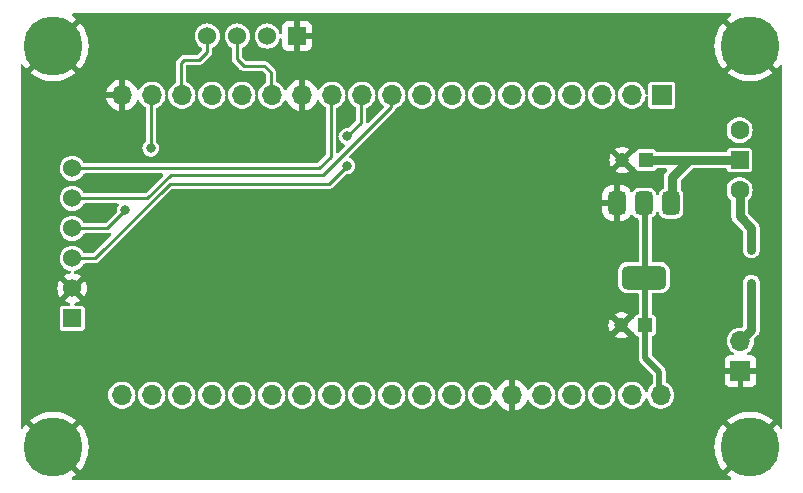
<source format=gbr>
%TF.GenerationSoftware,KiCad,Pcbnew,8.0.4*%
%TF.CreationDate,2024-07-25T22:54:18-04:00*%
%TF.ProjectId,esp32-node-board-40x65_telemetry,65737033-322d-46e6-9f64-652d626f6172,rev?*%
%TF.SameCoordinates,Original*%
%TF.FileFunction,Copper,L2,Bot*%
%TF.FilePolarity,Positive*%
%FSLAX46Y46*%
G04 Gerber Fmt 4.6, Leading zero omitted, Abs format (unit mm)*
G04 Created by KiCad (PCBNEW 8.0.4) date 2024-07-25 22:54:18*
%MOMM*%
%LPD*%
G01*
G04 APERTURE LIST*
G04 Aperture macros list*
%AMRoundRect*
0 Rectangle with rounded corners*
0 $1 Rounding radius*
0 $2 $3 $4 $5 $6 $7 $8 $9 X,Y pos of 4 corners*
0 Add a 4 corners polygon primitive as box body*
4,1,4,$2,$3,$4,$5,$6,$7,$8,$9,$2,$3,0*
0 Add four circle primitives for the rounded corners*
1,1,$1+$1,$2,$3*
1,1,$1+$1,$4,$5*
1,1,$1+$1,$6,$7*
1,1,$1+$1,$8,$9*
0 Add four rect primitives between the rounded corners*
20,1,$1+$1,$2,$3,$4,$5,0*
20,1,$1+$1,$4,$5,$6,$7,0*
20,1,$1+$1,$6,$7,$8,$9,0*
20,1,$1+$1,$8,$9,$2,$3,0*%
G04 Aperture macros list end*
%TA.AperFunction,SMDPad,CuDef*%
%ADD10RoundRect,0.375000X-0.375000X0.625000X-0.375000X-0.625000X0.375000X-0.625000X0.375000X0.625000X0*%
%TD*%
%TA.AperFunction,SMDPad,CuDef*%
%ADD11RoundRect,0.500000X-1.400000X0.500000X-1.400000X-0.500000X1.400000X-0.500000X1.400000X0.500000X0*%
%TD*%
%TA.AperFunction,ComponentPad*%
%ADD12R,1.500000X1.500000*%
%TD*%
%TA.AperFunction,ComponentPad*%
%ADD13C,1.600000*%
%TD*%
%TA.AperFunction,ComponentPad*%
%ADD14R,1.700000X1.700000*%
%TD*%
%TA.AperFunction,ComponentPad*%
%ADD15O,1.700000X1.700000*%
%TD*%
%TA.AperFunction,ComponentPad*%
%ADD16C,1.524000*%
%TD*%
%TA.AperFunction,ComponentPad*%
%ADD17R,1.524000X1.524000*%
%TD*%
%TA.AperFunction,ComponentPad*%
%ADD18C,5.000000*%
%TD*%
%TA.AperFunction,ComponentPad*%
%ADD19R,1.200000X1.200000*%
%TD*%
%TA.AperFunction,ComponentPad*%
%ADD20C,1.200000*%
%TD*%
%TA.AperFunction,ViaPad*%
%ADD21C,0.800000*%
%TD*%
%TA.AperFunction,Conductor*%
%ADD22C,0.250000*%
%TD*%
%TA.AperFunction,Conductor*%
%ADD23C,0.500000*%
%TD*%
%TA.AperFunction,Conductor*%
%ADD24C,0.800000*%
%TD*%
G04 APERTURE END LIST*
D10*
%TO.P,U1,3,VI*%
%TO.N,/VIN*%
X135200000Y-97900000D03*
D11*
%TO.P,U1,2,VO*%
%TO.N,+5V*%
X132900000Y-104200000D03*
D10*
X132900000Y-97900000D03*
%TO.P,U1,1,GND*%
%TO.N,GND*%
X130600000Y-97900000D03*
%TD*%
D12*
%TO.P,SW2,1,COM*%
%TO.N,/VIN*%
X141000000Y-94250000D03*
D13*
%TO.P,SW2,2,A*%
%TO.N,unconnected-(SW2-A-Pad2)*%
X141000000Y-91710000D03*
%TO.P,SW2,3,B*%
%TO.N,/VDC*%
X141000000Y-96790000D03*
%TD*%
D14*
%TO.P,J6,1,CLK*%
%TO.N,unconnected-(J6-CLK-Pad1)*%
X134420000Y-88750000D03*
D15*
%TO.P,J6,2,D0*%
%TO.N,unconnected-(J6-D0-Pad2)*%
X131880000Y-88750000D03*
%TO.P,J6,3,D1*%
%TO.N,unconnected-(J6-D1-Pad3)*%
X129340000Y-88750000D03*
%TO.P,J6,4,15*%
%TO.N,unconnected-(J6-15-Pad4)*%
X126800000Y-88750000D03*
%TO.P,J6,5,2*%
%TO.N,unconnected-(J6-2-Pad5)*%
X124260000Y-88750000D03*
%TO.P,J6,6,0*%
%TO.N,unconnected-(J6-0-Pad6)*%
X121720000Y-88750000D03*
%TO.P,J6,7,4*%
%TO.N,unconnected-(J6-4-Pad7)*%
X119180000Y-88750000D03*
%TO.P,J6,8,16*%
%TO.N,unconnected-(J6-16-Pad8)*%
X116640000Y-88750000D03*
%TO.P,J6,9,17*%
%TO.N,unconnected-(J6-17-Pad9)*%
X114100000Y-88750000D03*
%TO.P,J6,10,5*%
%TO.N,/SPI-CSB*%
X111560000Y-88750000D03*
%TO.P,J6,11,18*%
%TO.N,/SPI-SCL*%
X109020000Y-88750000D03*
%TO.P,J6,12,19*%
%TO.N,/SPI-SDO*%
X106480000Y-88750000D03*
%TO.P,J6,13,GND*%
%TO.N,GND*%
X103940000Y-88750000D03*
%TO.P,J6,14,21*%
%TO.N,/SDA-2*%
X101400000Y-88750000D03*
%TO.P,J6,15,RX*%
%TO.N,/RX*%
X98860000Y-88750000D03*
%TO.P,J6,16,TX*%
%TO.N,/TX*%
X96320000Y-88750000D03*
%TO.P,J6,17,22*%
%TO.N,/SCL-2*%
X93780000Y-88750000D03*
%TO.P,J6,18,23*%
%TO.N,/SPI-SDA*%
X91240000Y-88750000D03*
%TO.P,J6,19,GND*%
%TO.N,GND*%
X88700000Y-88750000D03*
%TO.P,J6,20,3V3*%
%TO.N,+3V3*%
X88700000Y-114150000D03*
%TO.P,J6,21,EN*%
%TO.N,unconnected-(J6-EN-Pad21)*%
X91240000Y-114150000D03*
%TO.P,J6,22,VN*%
%TO.N,unconnected-(J6-VN-Pad22)*%
X93780000Y-114150000D03*
%TO.P,J6,23,VP*%
%TO.N,unconnected-(J6-VP-Pad23)*%
X96320000Y-114150000D03*
%TO.P,J6,24,34*%
%TO.N,unconnected-(J6-34-Pad24)*%
X98860000Y-114150000D03*
%TO.P,J6,25,35*%
%TO.N,unconnected-(J6-35-Pad25)*%
X101400000Y-114150000D03*
%TO.P,J6,26,32*%
%TO.N,unconnected-(J6-32-Pad26)*%
X103940000Y-114150000D03*
%TO.P,J6,27,33*%
%TO.N,unconnected-(J6-33-Pad27)*%
X106480000Y-114150000D03*
%TO.P,J6,28,25*%
%TO.N,unconnected-(J6-25-Pad28)*%
X109020000Y-114150000D03*
%TO.P,J6,29,26*%
%TO.N,unconnected-(J6-26-Pad29)*%
X111560000Y-114150000D03*
%TO.P,J6,30,27*%
%TO.N,unconnected-(J6-27-Pad30)*%
X114100000Y-114150000D03*
%TO.P,J6,31,14*%
%TO.N,unconnected-(J6-14-Pad31)*%
X116640000Y-114150000D03*
%TO.P,J6,32,12*%
%TO.N,unconnected-(J6-12-Pad32)*%
X119180000Y-114150000D03*
%TO.P,J6,33,GND*%
%TO.N,GND*%
X121720000Y-114150000D03*
%TO.P,J6,34,13*%
%TO.N,unconnected-(J6-13-Pad34)*%
X124260000Y-114150000D03*
%TO.P,J6,35,D2*%
%TO.N,unconnected-(J6-D2-Pad35)*%
X126800000Y-114150000D03*
%TO.P,J6,36,D3*%
%TO.N,unconnected-(J6-D3-Pad36)*%
X129340000Y-114150000D03*
%TO.P,J6,37,CMD*%
%TO.N,unconnected-(J6-CMD-Pad37)*%
X131880000Y-114150000D03*
%TO.P,J6,38,5V*%
%TO.N,+5V*%
X134310000Y-114150000D03*
%TD*%
D16*
%TO.P,J5,CSB,CSB*%
%TO.N,/SPI-CSB*%
X84500000Y-97490000D03*
%TO.P,J5,GND,GND*%
%TO.N,GND*%
X84500000Y-105110000D03*
%TO.P,J5,SCL,SCL*%
%TO.N,/SPI-SCL*%
X84500000Y-102570000D03*
%TO.P,J5,SDA,SDA*%
%TO.N,/SPI-SDA*%
X84500000Y-100030000D03*
%TO.P,J5,SDO,SDO*%
%TO.N,/SPI-SDO*%
X84500000Y-94950000D03*
D17*
%TO.P,J5,Vcc,VCC*%
%TO.N,+3V3*%
X84500000Y-107650000D03*
%TD*%
%TO.P,J3,GND,GND*%
%TO.N,GND*%
X103540000Y-83750000D03*
D16*
%TO.P,J3,SCL,SCL*%
%TO.N,/SCL-2*%
X95920000Y-83750000D03*
%TO.P,J3,SDA,SDA*%
%TO.N,/SDA-2*%
X98460000Y-83750000D03*
%TO.P,J3,Vcc,VCC*%
%TO.N,+3V3*%
X101000000Y-83750000D03*
%TD*%
D14*
%TO.P,J1,1,Pin_1*%
%TO.N,GND*%
X141075000Y-112117500D03*
D15*
%TO.P,J1,2,Pin_2*%
%TO.N,Net-(D1-A)*%
X141075000Y-109577500D03*
%TD*%
D18*
%TO.P,H1,1,GND*%
%TO.N,GND*%
X82875002Y-84570000D03*
%TO.P,H1,2,GND*%
X82875002Y-118570000D03*
%TO.P,H1,3,GND*%
X141875002Y-118570000D03*
%TO.P,H1,4,GND*%
X141875002Y-84570000D03*
%TD*%
D19*
%TO.P,C2,1*%
%TO.N,+5V*%
X133000000Y-108250000D03*
D20*
%TO.P,C2,2*%
%TO.N,GND*%
X131000000Y-108250000D03*
%TD*%
D19*
%TO.P,C1,1*%
%TO.N,/VIN*%
X133072600Y-94250000D03*
D20*
%TO.P,C1,2*%
%TO.N,GND*%
X131072600Y-94250000D03*
%TD*%
D21*
%TO.N,/SPI-SCL*%
X107750000Y-92250000D03*
X107750000Y-94750000D03*
%TO.N,/SPI-SDA*%
X91140000Y-93250000D03*
X89000000Y-98500000D03*
%TD*%
D22*
%TO.N,/SCL-2*%
X95920000Y-85080000D02*
X95920000Y-83750000D01*
%TO.N,/SDA-2*%
X98460000Y-85710000D02*
X98460000Y-83750000D01*
D23*
%TO.N,+5V*%
X133000000Y-98100000D02*
X133000000Y-104400000D01*
X133000000Y-108250000D02*
X133000000Y-104400000D01*
X133000000Y-111000000D02*
X133000000Y-108250000D01*
X134210000Y-114150000D02*
X134210000Y-112210000D01*
X134210000Y-112210000D02*
X133000000Y-111000000D01*
D24*
%TO.N,/VIN*%
X141000000Y-94250000D02*
X136750000Y-94250000D01*
X136750000Y-94250000D02*
X133250000Y-94250000D01*
X135300000Y-98100000D02*
X135300000Y-95700000D01*
X135300000Y-95700000D02*
X136750000Y-94250000D01*
%TO.N,/VDC*%
X141000000Y-99000000D02*
X142000000Y-100000000D01*
X142000000Y-100000000D02*
X142000000Y-101850000D01*
X141000000Y-96790000D02*
X141000000Y-99000000D01*
D22*
%TO.N,/SPI-SDO*%
X105415000Y-94960000D02*
X106380000Y-93995000D01*
X106380000Y-93995000D02*
X106380000Y-88750000D01*
X84500000Y-94960000D02*
X105415000Y-94960000D01*
D24*
%TO.N,Net-(D1-A)*%
X141040000Y-109570000D02*
X142000000Y-108610000D01*
X142000000Y-108610000D02*
X142000000Y-104650000D01*
D22*
%TO.N,/SDA-2*%
X101300000Y-86800000D02*
X100750000Y-86250000D01*
X99000000Y-86250000D02*
X98460000Y-85710000D01*
X100750000Y-86250000D02*
X99000000Y-86250000D01*
X101300000Y-88750000D02*
X101300000Y-86800000D01*
%TO.N,/SPI-CSB*%
X90863604Y-97500000D02*
X92863604Y-95500000D01*
X92863604Y-95500000D02*
X105750000Y-95500000D01*
X105750000Y-95500000D02*
X111460000Y-89790000D01*
X84500000Y-97500000D02*
X90863604Y-97500000D01*
X111460000Y-89790000D02*
X111460000Y-88750000D01*
%TO.N,/SPI-SCL*%
X86420000Y-102580000D02*
X92750000Y-96250000D01*
X106250000Y-96250000D02*
X107750000Y-94750000D01*
X108920000Y-88750000D02*
X108920000Y-91080000D01*
X92750000Y-96250000D02*
X106250000Y-96250000D01*
X84500000Y-102580000D02*
X86420000Y-102580000D01*
X108920000Y-91080000D02*
X107750000Y-92250000D01*
%TO.N,/SCL-2*%
X94000000Y-85750000D02*
X95250000Y-85750000D01*
X93680000Y-86070000D02*
X94000000Y-85750000D01*
X95250000Y-85750000D02*
X95920000Y-85080000D01*
X93680000Y-88750000D02*
X93680000Y-86070000D01*
%TO.N,/SPI-SDA*%
X87460000Y-100040000D02*
X84500000Y-100040000D01*
X91140000Y-93250000D02*
X91140000Y-88750000D01*
X89000000Y-98500000D02*
X87460000Y-100040000D01*
%TD*%
%TA.AperFunction,Conductor*%
%TO.N,GND*%
G36*
X140248844Y-81840185D02*
G01*
X140294599Y-81892989D01*
X140304543Y-81962147D01*
X140275518Y-82025703D01*
X140249944Y-82048100D01*
X140080487Y-82159553D01*
X139937821Y-82279264D01*
X139937820Y-82279265D01*
X140789415Y-83130860D01*
X140822900Y-83192183D01*
X140817916Y-83261875D01*
X140786076Y-83309439D01*
X140651260Y-83434529D01*
X140651258Y-83434532D01*
X140620077Y-83473632D01*
X140562888Y-83513772D01*
X140493077Y-83516622D01*
X140435449Y-83484000D01*
X139581150Y-82629701D01*
X139581149Y-82629702D01*
X139572978Y-82638363D01*
X139572974Y-82638368D01*
X139364291Y-82918677D01*
X139189563Y-83221316D01*
X139189557Y-83221329D01*
X139051147Y-83542199D01*
X138950918Y-83876988D01*
X138950916Y-83876997D01*
X138890238Y-84221119D01*
X138890237Y-84221130D01*
X138869918Y-84569996D01*
X138869918Y-84570003D01*
X138890237Y-84918869D01*
X138890238Y-84918880D01*
X138950916Y-85263002D01*
X138950918Y-85263011D01*
X139051147Y-85597800D01*
X139189557Y-85918670D01*
X139189563Y-85918683D01*
X139364291Y-86221322D01*
X139572969Y-86501625D01*
X139581150Y-86510296D01*
X140435448Y-85655999D01*
X140496771Y-85622514D01*
X140566463Y-85627498D01*
X140620075Y-85666366D01*
X140651260Y-85705471D01*
X140786074Y-85830559D01*
X140821829Y-85890588D01*
X140819454Y-85960417D01*
X140789414Y-86009139D01*
X139937820Y-86860732D01*
X139937821Y-86860734D01*
X140080486Y-86980445D01*
X140372463Y-87172480D01*
X140684741Y-87329314D01*
X140684747Y-87329316D01*
X141013132Y-87448838D01*
X141013135Y-87448839D01*
X141353173Y-87529429D01*
X141700278Y-87569999D01*
X141700279Y-87570000D01*
X142049725Y-87570000D01*
X142049725Y-87569999D01*
X142396829Y-87529429D01*
X142396831Y-87529429D01*
X142736868Y-87448839D01*
X142736871Y-87448838D01*
X143065256Y-87329316D01*
X143065262Y-87329314D01*
X143377540Y-87172480D01*
X143669511Y-86980449D01*
X143669512Y-86980448D01*
X143812181Y-86860734D01*
X143812182Y-86860733D01*
X142960589Y-86009140D01*
X142927104Y-85947817D01*
X142932088Y-85878125D01*
X142963929Y-85830560D01*
X143033488Y-85766018D01*
X143098746Y-85705468D01*
X143129926Y-85666368D01*
X143187114Y-85626228D01*
X143256926Y-85623378D01*
X143314555Y-85656000D01*
X144168852Y-86510297D01*
X144168853Y-86510296D01*
X144177024Y-86501636D01*
X144177035Y-86501623D01*
X144385712Y-86221322D01*
X144393114Y-86208502D01*
X144443680Y-86160286D01*
X144512286Y-86147061D01*
X144577152Y-86173028D01*
X144617681Y-86229941D01*
X144624502Y-86270500D01*
X144624502Y-116869499D01*
X144604817Y-116936538D01*
X144552013Y-116982293D01*
X144482855Y-116992237D01*
X144419299Y-116963212D01*
X144393115Y-116931500D01*
X144385709Y-116918674D01*
X144177034Y-116638374D01*
X144168852Y-116629702D01*
X143314554Y-117483999D01*
X143253231Y-117517484D01*
X143183539Y-117512500D01*
X143129926Y-117473631D01*
X143098742Y-117434527D01*
X142963928Y-117309439D01*
X142928173Y-117249410D01*
X142930548Y-117179581D01*
X142960588Y-117130859D01*
X143812182Y-116279265D01*
X143812181Y-116279264D01*
X143669521Y-116159557D01*
X143377540Y-115967519D01*
X143065262Y-115810685D01*
X143065256Y-115810683D01*
X142736871Y-115691161D01*
X142736868Y-115691160D01*
X142396830Y-115610570D01*
X142049725Y-115570000D01*
X141700279Y-115570000D01*
X141353174Y-115610570D01*
X141353172Y-115610570D01*
X141013135Y-115691160D01*
X141013132Y-115691161D01*
X140684747Y-115810683D01*
X140684741Y-115810685D01*
X140372463Y-115967519D01*
X140080482Y-116159557D01*
X139937821Y-116279264D01*
X139937820Y-116279265D01*
X140789415Y-117130860D01*
X140822900Y-117192183D01*
X140817916Y-117261875D01*
X140786076Y-117309439D01*
X140651260Y-117434529D01*
X140651258Y-117434532D01*
X140620077Y-117473632D01*
X140562888Y-117513772D01*
X140493077Y-117516622D01*
X140435449Y-117484000D01*
X139581150Y-116629701D01*
X139581149Y-116629702D01*
X139572978Y-116638363D01*
X139572974Y-116638368D01*
X139364291Y-116918677D01*
X139189563Y-117221316D01*
X139189557Y-117221329D01*
X139051147Y-117542199D01*
X138950918Y-117876988D01*
X138950916Y-117876997D01*
X138890238Y-118221119D01*
X138890237Y-118221130D01*
X138869918Y-118569996D01*
X138869918Y-118570003D01*
X138890237Y-118918869D01*
X138890238Y-118918880D01*
X138950916Y-119263002D01*
X138950918Y-119263011D01*
X139051147Y-119597800D01*
X139189557Y-119918670D01*
X139189563Y-119918683D01*
X139364291Y-120221322D01*
X139572969Y-120501625D01*
X139581150Y-120510296D01*
X140435448Y-119655999D01*
X140496771Y-119622514D01*
X140566463Y-119627498D01*
X140620075Y-119666366D01*
X140651260Y-119705471D01*
X140786074Y-119830559D01*
X140821829Y-119890588D01*
X140819454Y-119960417D01*
X140789414Y-120009139D01*
X139937820Y-120860732D01*
X139937821Y-120860734D01*
X140080486Y-120980445D01*
X140249944Y-121091899D01*
X140295138Y-121145184D01*
X140304349Y-121214444D01*
X140274654Y-121277689D01*
X140215480Y-121314840D01*
X140181805Y-121319500D01*
X84568199Y-121319500D01*
X84501160Y-121299815D01*
X84455405Y-121247011D01*
X84445461Y-121177853D01*
X84474486Y-121114297D01*
X84500060Y-121091899D01*
X84669511Y-120980449D01*
X84669512Y-120980448D01*
X84812181Y-120860734D01*
X84812182Y-120860733D01*
X83960589Y-120009140D01*
X83927104Y-119947817D01*
X83932088Y-119878125D01*
X83963929Y-119830560D01*
X84065329Y-119736474D01*
X84098746Y-119705468D01*
X84129926Y-119666368D01*
X84187114Y-119626228D01*
X84256926Y-119623378D01*
X84314555Y-119656000D01*
X85168852Y-120510297D01*
X85168853Y-120510296D01*
X85177024Y-120501636D01*
X85177035Y-120501623D01*
X85385712Y-120221322D01*
X85560440Y-119918683D01*
X85560446Y-119918670D01*
X85698856Y-119597800D01*
X85799085Y-119263011D01*
X85799087Y-119263002D01*
X85859765Y-118918880D01*
X85859766Y-118918869D01*
X85880086Y-118570003D01*
X85880086Y-118569996D01*
X85859766Y-118221130D01*
X85859765Y-118221119D01*
X85799087Y-117876997D01*
X85799085Y-117876988D01*
X85698856Y-117542199D01*
X85560446Y-117221329D01*
X85560440Y-117221316D01*
X85385712Y-116918677D01*
X85177034Y-116638374D01*
X85168852Y-116629702D01*
X84314554Y-117483999D01*
X84253231Y-117517484D01*
X84183539Y-117512500D01*
X84129926Y-117473631D01*
X84098742Y-117434527D01*
X83963928Y-117309439D01*
X83928173Y-117249410D01*
X83930548Y-117179581D01*
X83960588Y-117130859D01*
X84812182Y-116279265D01*
X84812181Y-116279264D01*
X84669521Y-116159557D01*
X84377540Y-115967519D01*
X84065262Y-115810685D01*
X84065256Y-115810683D01*
X83736871Y-115691161D01*
X83736868Y-115691160D01*
X83396830Y-115610570D01*
X83049725Y-115570000D01*
X82700279Y-115570000D01*
X82353174Y-115610570D01*
X82353172Y-115610570D01*
X82013135Y-115691160D01*
X82013132Y-115691161D01*
X81684747Y-115810683D01*
X81684741Y-115810685D01*
X81372463Y-115967519D01*
X81080482Y-116159557D01*
X80937821Y-116279264D01*
X80937820Y-116279265D01*
X81789415Y-117130860D01*
X81822900Y-117192183D01*
X81817916Y-117261875D01*
X81786076Y-117309439D01*
X81651260Y-117434529D01*
X81651258Y-117434532D01*
X81620077Y-117473632D01*
X81562888Y-117513772D01*
X81493077Y-117516622D01*
X81435449Y-117484000D01*
X80581150Y-116629701D01*
X80581149Y-116629702D01*
X80572978Y-116638363D01*
X80572974Y-116638368D01*
X80364294Y-116918674D01*
X80356889Y-116931500D01*
X80306321Y-116979715D01*
X80237714Y-116992937D01*
X80172850Y-116966969D01*
X80132322Y-116910055D01*
X80125502Y-116869499D01*
X80125502Y-114150000D01*
X87544571Y-114150000D01*
X87564244Y-114362310D01*
X87617675Y-114550099D01*
X87622596Y-114567392D01*
X87622596Y-114567394D01*
X87717632Y-114758253D01*
X87846127Y-114928406D01*
X87846128Y-114928407D01*
X88003698Y-115072052D01*
X88184981Y-115184298D01*
X88383802Y-115261321D01*
X88593390Y-115300500D01*
X88593392Y-115300500D01*
X88806608Y-115300500D01*
X88806610Y-115300500D01*
X89016198Y-115261321D01*
X89215019Y-115184298D01*
X89396302Y-115072052D01*
X89553872Y-114928407D01*
X89682366Y-114758255D01*
X89736270Y-114650000D01*
X89777403Y-114567394D01*
X89777403Y-114567393D01*
X89777405Y-114567389D01*
X89835756Y-114362310D01*
X89846529Y-114246047D01*
X89872315Y-114181111D01*
X89914622Y-114150804D01*
X90023130Y-114150804D01*
X90059503Y-114171668D01*
X90091693Y-114233681D01*
X90093470Y-114246047D01*
X90104244Y-114362310D01*
X90157675Y-114550099D01*
X90162596Y-114567392D01*
X90162596Y-114567394D01*
X90257632Y-114758253D01*
X90386127Y-114928406D01*
X90386128Y-114928407D01*
X90543698Y-115072052D01*
X90724981Y-115184298D01*
X90923802Y-115261321D01*
X91133390Y-115300500D01*
X91133392Y-115300500D01*
X91346608Y-115300500D01*
X91346610Y-115300500D01*
X91556198Y-115261321D01*
X91755019Y-115184298D01*
X91936302Y-115072052D01*
X92093872Y-114928407D01*
X92222366Y-114758255D01*
X92276270Y-114650000D01*
X92317403Y-114567394D01*
X92317403Y-114567393D01*
X92317405Y-114567389D01*
X92375756Y-114362310D01*
X92386529Y-114246047D01*
X92412315Y-114181111D01*
X92454622Y-114150804D01*
X92563130Y-114150804D01*
X92599503Y-114171668D01*
X92631693Y-114233681D01*
X92633470Y-114246047D01*
X92644244Y-114362310D01*
X92697675Y-114550099D01*
X92702596Y-114567392D01*
X92702596Y-114567394D01*
X92797632Y-114758253D01*
X92926127Y-114928406D01*
X92926128Y-114928407D01*
X93083698Y-115072052D01*
X93264981Y-115184298D01*
X93463802Y-115261321D01*
X93673390Y-115300500D01*
X93673392Y-115300500D01*
X93886608Y-115300500D01*
X93886610Y-115300500D01*
X94096198Y-115261321D01*
X94295019Y-115184298D01*
X94476302Y-115072052D01*
X94633872Y-114928407D01*
X94762366Y-114758255D01*
X94816270Y-114650000D01*
X94857403Y-114567394D01*
X94857403Y-114567393D01*
X94857405Y-114567389D01*
X94915756Y-114362310D01*
X94926529Y-114246047D01*
X94952315Y-114181111D01*
X94994622Y-114150804D01*
X95103130Y-114150804D01*
X95139503Y-114171668D01*
X95171693Y-114233681D01*
X95173470Y-114246047D01*
X95184244Y-114362310D01*
X95237675Y-114550099D01*
X95242596Y-114567392D01*
X95242596Y-114567394D01*
X95337632Y-114758253D01*
X95466127Y-114928406D01*
X95466128Y-114928407D01*
X95623698Y-115072052D01*
X95804981Y-115184298D01*
X96003802Y-115261321D01*
X96213390Y-115300500D01*
X96213392Y-115300500D01*
X96426608Y-115300500D01*
X96426610Y-115300500D01*
X96636198Y-115261321D01*
X96835019Y-115184298D01*
X97016302Y-115072052D01*
X97173872Y-114928407D01*
X97302366Y-114758255D01*
X97356270Y-114650000D01*
X97397403Y-114567394D01*
X97397403Y-114567393D01*
X97397405Y-114567389D01*
X97455756Y-114362310D01*
X97466529Y-114246047D01*
X97492315Y-114181111D01*
X97534622Y-114150804D01*
X97643130Y-114150804D01*
X97679503Y-114171668D01*
X97711693Y-114233681D01*
X97713470Y-114246047D01*
X97724244Y-114362310D01*
X97777675Y-114550099D01*
X97782596Y-114567392D01*
X97782596Y-114567394D01*
X97877632Y-114758253D01*
X98006127Y-114928406D01*
X98006128Y-114928407D01*
X98163698Y-115072052D01*
X98344981Y-115184298D01*
X98543802Y-115261321D01*
X98753390Y-115300500D01*
X98753392Y-115300500D01*
X98966608Y-115300500D01*
X98966610Y-115300500D01*
X99176198Y-115261321D01*
X99375019Y-115184298D01*
X99556302Y-115072052D01*
X99713872Y-114928407D01*
X99842366Y-114758255D01*
X99896270Y-114650000D01*
X99937403Y-114567394D01*
X99937403Y-114567393D01*
X99937405Y-114567389D01*
X99995756Y-114362310D01*
X100006529Y-114246047D01*
X100032315Y-114181111D01*
X100074622Y-114150804D01*
X100183130Y-114150804D01*
X100219503Y-114171668D01*
X100251693Y-114233681D01*
X100253470Y-114246047D01*
X100264244Y-114362310D01*
X100317675Y-114550099D01*
X100322596Y-114567392D01*
X100322596Y-114567394D01*
X100417632Y-114758253D01*
X100546127Y-114928406D01*
X100546128Y-114928407D01*
X100703698Y-115072052D01*
X100884981Y-115184298D01*
X101083802Y-115261321D01*
X101293390Y-115300500D01*
X101293392Y-115300500D01*
X101506608Y-115300500D01*
X101506610Y-115300500D01*
X101716198Y-115261321D01*
X101915019Y-115184298D01*
X102096302Y-115072052D01*
X102253872Y-114928407D01*
X102382366Y-114758255D01*
X102436270Y-114650000D01*
X102477403Y-114567394D01*
X102477403Y-114567393D01*
X102477405Y-114567389D01*
X102535756Y-114362310D01*
X102546529Y-114246047D01*
X102572315Y-114181111D01*
X102614622Y-114150804D01*
X102723130Y-114150804D01*
X102759503Y-114171668D01*
X102791693Y-114233681D01*
X102793470Y-114246047D01*
X102804244Y-114362310D01*
X102857675Y-114550099D01*
X102862596Y-114567392D01*
X102862596Y-114567394D01*
X102957632Y-114758253D01*
X103086127Y-114928406D01*
X103086128Y-114928407D01*
X103243698Y-115072052D01*
X103424981Y-115184298D01*
X103623802Y-115261321D01*
X103833390Y-115300500D01*
X103833392Y-115300500D01*
X104046608Y-115300500D01*
X104046610Y-115300500D01*
X104256198Y-115261321D01*
X104455019Y-115184298D01*
X104636302Y-115072052D01*
X104793872Y-114928407D01*
X104922366Y-114758255D01*
X104976270Y-114650000D01*
X105017403Y-114567394D01*
X105017403Y-114567393D01*
X105017405Y-114567389D01*
X105075756Y-114362310D01*
X105086529Y-114246047D01*
X105112315Y-114181111D01*
X105154622Y-114150804D01*
X105263130Y-114150804D01*
X105299503Y-114171668D01*
X105331693Y-114233681D01*
X105333470Y-114246047D01*
X105344244Y-114362310D01*
X105397675Y-114550099D01*
X105402596Y-114567392D01*
X105402596Y-114567394D01*
X105497632Y-114758253D01*
X105626127Y-114928406D01*
X105626128Y-114928407D01*
X105783698Y-115072052D01*
X105964981Y-115184298D01*
X106163802Y-115261321D01*
X106373390Y-115300500D01*
X106373392Y-115300500D01*
X106586608Y-115300500D01*
X106586610Y-115300500D01*
X106796198Y-115261321D01*
X106995019Y-115184298D01*
X107176302Y-115072052D01*
X107333872Y-114928407D01*
X107462366Y-114758255D01*
X107516270Y-114650000D01*
X107557403Y-114567394D01*
X107557403Y-114567393D01*
X107557405Y-114567389D01*
X107615756Y-114362310D01*
X107626529Y-114246047D01*
X107652315Y-114181111D01*
X107694622Y-114150804D01*
X107803130Y-114150804D01*
X107839503Y-114171668D01*
X107871693Y-114233681D01*
X107873470Y-114246047D01*
X107884244Y-114362310D01*
X107937675Y-114550099D01*
X107942596Y-114567392D01*
X107942596Y-114567394D01*
X108037632Y-114758253D01*
X108166127Y-114928406D01*
X108166128Y-114928407D01*
X108323698Y-115072052D01*
X108504981Y-115184298D01*
X108703802Y-115261321D01*
X108913390Y-115300500D01*
X108913392Y-115300500D01*
X109126608Y-115300500D01*
X109126610Y-115300500D01*
X109336198Y-115261321D01*
X109535019Y-115184298D01*
X109716302Y-115072052D01*
X109873872Y-114928407D01*
X110002366Y-114758255D01*
X110056270Y-114650000D01*
X110097403Y-114567394D01*
X110097403Y-114567393D01*
X110097405Y-114567389D01*
X110155756Y-114362310D01*
X110166529Y-114246047D01*
X110192315Y-114181111D01*
X110234622Y-114150804D01*
X110343130Y-114150804D01*
X110379503Y-114171668D01*
X110411693Y-114233681D01*
X110413470Y-114246047D01*
X110424244Y-114362310D01*
X110477675Y-114550099D01*
X110482596Y-114567392D01*
X110482596Y-114567394D01*
X110577632Y-114758253D01*
X110706127Y-114928406D01*
X110706128Y-114928407D01*
X110863698Y-115072052D01*
X111044981Y-115184298D01*
X111243802Y-115261321D01*
X111453390Y-115300500D01*
X111453392Y-115300500D01*
X111666608Y-115300500D01*
X111666610Y-115300500D01*
X111876198Y-115261321D01*
X112075019Y-115184298D01*
X112256302Y-115072052D01*
X112413872Y-114928407D01*
X112542366Y-114758255D01*
X112596270Y-114650000D01*
X112637403Y-114567394D01*
X112637403Y-114567393D01*
X112637405Y-114567389D01*
X112695756Y-114362310D01*
X112706529Y-114246047D01*
X112732315Y-114181111D01*
X112774622Y-114150804D01*
X112883130Y-114150804D01*
X112919503Y-114171668D01*
X112951693Y-114233681D01*
X112953470Y-114246047D01*
X112964244Y-114362310D01*
X113017675Y-114550099D01*
X113022596Y-114567392D01*
X113022596Y-114567394D01*
X113117632Y-114758253D01*
X113246127Y-114928406D01*
X113246128Y-114928407D01*
X113403698Y-115072052D01*
X113584981Y-115184298D01*
X113783802Y-115261321D01*
X113993390Y-115300500D01*
X113993392Y-115300500D01*
X114206608Y-115300500D01*
X114206610Y-115300500D01*
X114416198Y-115261321D01*
X114615019Y-115184298D01*
X114796302Y-115072052D01*
X114953872Y-114928407D01*
X115082366Y-114758255D01*
X115136270Y-114650000D01*
X115177403Y-114567394D01*
X115177403Y-114567393D01*
X115177405Y-114567389D01*
X115235756Y-114362310D01*
X115246529Y-114246047D01*
X115272315Y-114181111D01*
X115314622Y-114150804D01*
X115423130Y-114150804D01*
X115459503Y-114171668D01*
X115491693Y-114233681D01*
X115493470Y-114246047D01*
X115504244Y-114362310D01*
X115557675Y-114550099D01*
X115562596Y-114567392D01*
X115562596Y-114567394D01*
X115657632Y-114758253D01*
X115786127Y-114928406D01*
X115786128Y-114928407D01*
X115943698Y-115072052D01*
X116124981Y-115184298D01*
X116323802Y-115261321D01*
X116533390Y-115300500D01*
X116533392Y-115300500D01*
X116746608Y-115300500D01*
X116746610Y-115300500D01*
X116956198Y-115261321D01*
X117155019Y-115184298D01*
X117336302Y-115072052D01*
X117493872Y-114928407D01*
X117622366Y-114758255D01*
X117676270Y-114650000D01*
X117717403Y-114567394D01*
X117717403Y-114567393D01*
X117717405Y-114567389D01*
X117775756Y-114362310D01*
X117786529Y-114246047D01*
X117812315Y-114181111D01*
X117854622Y-114150804D01*
X117963130Y-114150804D01*
X117999503Y-114171668D01*
X118031693Y-114233681D01*
X118033470Y-114246047D01*
X118044244Y-114362310D01*
X118097675Y-114550099D01*
X118102596Y-114567392D01*
X118102596Y-114567394D01*
X118197632Y-114758253D01*
X118326127Y-114928406D01*
X118326128Y-114928407D01*
X118483698Y-115072052D01*
X118664981Y-115184298D01*
X118863802Y-115261321D01*
X119073390Y-115300500D01*
X119073392Y-115300500D01*
X119286608Y-115300500D01*
X119286610Y-115300500D01*
X119496198Y-115261321D01*
X119695019Y-115184298D01*
X119876302Y-115072052D01*
X120033872Y-114928407D01*
X120162366Y-114758255D01*
X120229325Y-114623781D01*
X120276825Y-114572548D01*
X120344488Y-114555126D01*
X120410828Y-114577051D01*
X120452705Y-114626651D01*
X120546399Y-114827578D01*
X120681894Y-115021082D01*
X120848917Y-115188105D01*
X121042421Y-115323600D01*
X121256507Y-115423429D01*
X121256516Y-115423433D01*
X121470000Y-115480634D01*
X121470000Y-114583012D01*
X121527007Y-114615925D01*
X121654174Y-114650000D01*
X121785826Y-114650000D01*
X121912993Y-114615925D01*
X121970000Y-114583012D01*
X121970000Y-115480633D01*
X122183483Y-115423433D01*
X122183492Y-115423429D01*
X122397578Y-115323600D01*
X122591082Y-115188105D01*
X122758105Y-115021082D01*
X122893600Y-114827578D01*
X122987294Y-114626651D01*
X123033466Y-114574212D01*
X123100660Y-114555060D01*
X123167541Y-114575276D01*
X123210676Y-114623785D01*
X123277632Y-114758253D01*
X123406127Y-114928406D01*
X123406128Y-114928407D01*
X123563698Y-115072052D01*
X123744981Y-115184298D01*
X123943802Y-115261321D01*
X124153390Y-115300500D01*
X124153392Y-115300500D01*
X124366608Y-115300500D01*
X124366610Y-115300500D01*
X124576198Y-115261321D01*
X124775019Y-115184298D01*
X124956302Y-115072052D01*
X125113872Y-114928407D01*
X125242366Y-114758255D01*
X125296270Y-114650000D01*
X125337403Y-114567394D01*
X125337403Y-114567393D01*
X125337405Y-114567389D01*
X125395756Y-114362310D01*
X125406529Y-114246047D01*
X125432315Y-114181111D01*
X125474622Y-114150804D01*
X125583130Y-114150804D01*
X125619503Y-114171668D01*
X125651693Y-114233681D01*
X125653470Y-114246047D01*
X125664244Y-114362310D01*
X125717675Y-114550099D01*
X125722596Y-114567392D01*
X125722596Y-114567394D01*
X125817632Y-114758253D01*
X125946127Y-114928406D01*
X125946128Y-114928407D01*
X126103698Y-115072052D01*
X126284981Y-115184298D01*
X126483802Y-115261321D01*
X126693390Y-115300500D01*
X126693392Y-115300500D01*
X126906608Y-115300500D01*
X126906610Y-115300500D01*
X127116198Y-115261321D01*
X127315019Y-115184298D01*
X127496302Y-115072052D01*
X127653872Y-114928407D01*
X127782366Y-114758255D01*
X127836270Y-114650000D01*
X127877403Y-114567394D01*
X127877403Y-114567393D01*
X127877405Y-114567389D01*
X127935756Y-114362310D01*
X127946529Y-114246047D01*
X127972315Y-114181111D01*
X128014622Y-114150804D01*
X128123130Y-114150804D01*
X128159503Y-114171668D01*
X128191693Y-114233681D01*
X128193470Y-114246047D01*
X128204244Y-114362310D01*
X128257675Y-114550099D01*
X128262596Y-114567392D01*
X128262596Y-114567394D01*
X128357632Y-114758253D01*
X128486127Y-114928406D01*
X128486128Y-114928407D01*
X128643698Y-115072052D01*
X128824981Y-115184298D01*
X129023802Y-115261321D01*
X129233390Y-115300500D01*
X129233392Y-115300500D01*
X129446608Y-115300500D01*
X129446610Y-115300500D01*
X129656198Y-115261321D01*
X129855019Y-115184298D01*
X130036302Y-115072052D01*
X130193872Y-114928407D01*
X130322366Y-114758255D01*
X130376270Y-114650000D01*
X130417403Y-114567394D01*
X130417403Y-114567393D01*
X130417405Y-114567389D01*
X130475756Y-114362310D01*
X130486529Y-114246047D01*
X130512315Y-114181111D01*
X130554622Y-114150804D01*
X130663130Y-114150804D01*
X130699503Y-114171668D01*
X130731693Y-114233681D01*
X130733470Y-114246047D01*
X130744244Y-114362310D01*
X130797675Y-114550099D01*
X130802596Y-114567392D01*
X130802596Y-114567394D01*
X130897632Y-114758253D01*
X131026127Y-114928406D01*
X131026128Y-114928407D01*
X131183698Y-115072052D01*
X131364981Y-115184298D01*
X131563802Y-115261321D01*
X131773390Y-115300500D01*
X131773392Y-115300500D01*
X131986608Y-115300500D01*
X131986610Y-115300500D01*
X132196198Y-115261321D01*
X132395019Y-115184298D01*
X132576302Y-115072052D01*
X132733872Y-114928407D01*
X132862366Y-114758255D01*
X132916270Y-114650000D01*
X132957403Y-114567394D01*
X132957403Y-114567393D01*
X132957405Y-114567389D01*
X132975734Y-114502967D01*
X133013013Y-114443876D01*
X133076323Y-114414319D01*
X133145563Y-114423681D01*
X133198749Y-114468991D01*
X133214264Y-114502966D01*
X133229087Y-114555060D01*
X133232596Y-114567392D01*
X133232596Y-114567394D01*
X133327632Y-114758253D01*
X133456127Y-114928406D01*
X133456128Y-114928407D01*
X133613698Y-115072052D01*
X133794981Y-115184298D01*
X133993802Y-115261321D01*
X134203390Y-115300500D01*
X134203392Y-115300500D01*
X134416608Y-115300500D01*
X134416610Y-115300500D01*
X134626198Y-115261321D01*
X134825019Y-115184298D01*
X135006302Y-115072052D01*
X135163872Y-114928407D01*
X135292366Y-114758255D01*
X135346270Y-114650000D01*
X135387403Y-114567394D01*
X135387403Y-114567393D01*
X135387405Y-114567389D01*
X135445756Y-114362310D01*
X135465429Y-114150000D01*
X135445756Y-113937690D01*
X135387405Y-113732611D01*
X135387403Y-113732606D01*
X135387403Y-113732605D01*
X135292367Y-113541746D01*
X135163872Y-113371593D01*
X135112419Y-113324687D01*
X135006302Y-113227948D01*
X134825019Y-113115702D01*
X134820145Y-113112684D01*
X134821441Y-113110589D01*
X134777969Y-113070257D01*
X134760500Y-113006797D01*
X134760500Y-112137527D01*
X134760500Y-112137525D01*
X134722984Y-111997515D01*
X134650510Y-111871985D01*
X133998180Y-111219655D01*
X139725000Y-111219655D01*
X139725000Y-111867500D01*
X140641988Y-111867500D01*
X140609075Y-111924507D01*
X140575000Y-112051674D01*
X140575000Y-112183326D01*
X140609075Y-112310493D01*
X140641988Y-112367500D01*
X139725000Y-112367500D01*
X139725000Y-113015344D01*
X139731401Y-113074872D01*
X139731403Y-113074879D01*
X139781645Y-113209586D01*
X139781649Y-113209593D01*
X139867809Y-113324687D01*
X139867812Y-113324690D01*
X139982906Y-113410850D01*
X139982913Y-113410854D01*
X140117620Y-113461096D01*
X140117627Y-113461098D01*
X140177155Y-113467499D01*
X140177172Y-113467500D01*
X140825000Y-113467500D01*
X140825000Y-112550512D01*
X140882007Y-112583425D01*
X141009174Y-112617500D01*
X141140826Y-112617500D01*
X141267993Y-112583425D01*
X141325000Y-112550512D01*
X141325000Y-113467500D01*
X141972828Y-113467500D01*
X141972844Y-113467499D01*
X142032372Y-113461098D01*
X142032379Y-113461096D01*
X142167086Y-113410854D01*
X142167093Y-113410850D01*
X142282187Y-113324690D01*
X142282190Y-113324687D01*
X142368350Y-113209593D01*
X142368354Y-113209586D01*
X142418596Y-113074879D01*
X142418598Y-113074872D01*
X142424999Y-113015344D01*
X142425000Y-113015327D01*
X142425000Y-112367500D01*
X141508012Y-112367500D01*
X141540925Y-112310493D01*
X141575000Y-112183326D01*
X141575000Y-112051674D01*
X141540925Y-111924507D01*
X141508012Y-111867500D01*
X142425000Y-111867500D01*
X142425000Y-111219672D01*
X142424999Y-111219655D01*
X142418598Y-111160127D01*
X142418596Y-111160120D01*
X142368354Y-111025413D01*
X142368350Y-111025406D01*
X142282190Y-110910312D01*
X142282187Y-110910309D01*
X142167093Y-110824149D01*
X142167086Y-110824145D01*
X142032379Y-110773903D01*
X142032372Y-110773901D01*
X141972844Y-110767500D01*
X141774366Y-110767500D01*
X141707327Y-110747815D01*
X141661572Y-110695011D01*
X141651628Y-110625853D01*
X141680653Y-110562297D01*
X141709089Y-110538073D01*
X141729449Y-110525466D01*
X141771302Y-110499552D01*
X141928872Y-110355907D01*
X142057366Y-110185755D01*
X142152405Y-109994889D01*
X142210756Y-109789810D01*
X142230429Y-109577500D01*
X142218221Y-109445763D01*
X142231635Y-109377197D01*
X142254005Y-109346650D01*
X142544114Y-109056543D01*
X142620775Y-108941811D01*
X142629813Y-108919993D01*
X142666446Y-108831551D01*
X142673580Y-108814328D01*
X142693835Y-108712500D01*
X142700500Y-108678996D01*
X142700500Y-104581004D01*
X142673581Y-104445677D01*
X142673580Y-104445676D01*
X142673580Y-104445672D01*
X142673578Y-104445667D01*
X142620778Y-104318195D01*
X142620771Y-104318182D01*
X142544114Y-104203458D01*
X142544111Y-104203454D01*
X142446545Y-104105888D01*
X142446541Y-104105885D01*
X142331817Y-104029228D01*
X142331804Y-104029221D01*
X142204332Y-103976421D01*
X142204322Y-103976418D01*
X142068995Y-103949500D01*
X142068993Y-103949500D01*
X141931007Y-103949500D01*
X141931005Y-103949500D01*
X141795677Y-103976418D01*
X141795667Y-103976421D01*
X141668195Y-104029221D01*
X141668182Y-104029228D01*
X141553458Y-104105885D01*
X141553454Y-104105888D01*
X141455888Y-104203454D01*
X141455885Y-104203458D01*
X141379228Y-104318182D01*
X141379221Y-104318195D01*
X141326421Y-104445667D01*
X141326418Y-104445677D01*
X141299500Y-104581004D01*
X141299500Y-108268479D01*
X141279815Y-108335518D01*
X141263181Y-108356160D01*
X141228660Y-108390681D01*
X141167337Y-108424166D01*
X141140979Y-108427000D01*
X140968390Y-108427000D01*
X140758802Y-108466179D01*
X140758799Y-108466179D01*
X140758799Y-108466180D01*
X140559982Y-108543201D01*
X140559980Y-108543202D01*
X140378699Y-108655447D01*
X140221127Y-108799093D01*
X140092632Y-108969246D01*
X139997596Y-109160105D01*
X139997596Y-109160107D01*
X139939244Y-109365189D01*
X139919571Y-109577499D01*
X139919571Y-109577500D01*
X139939244Y-109789810D01*
X139997596Y-109994892D01*
X139997596Y-109994894D01*
X140092632Y-110185753D01*
X140092634Y-110185755D01*
X140221128Y-110355907D01*
X140378698Y-110499552D01*
X140378700Y-110499553D01*
X140378701Y-110499554D01*
X140440911Y-110538073D01*
X140487547Y-110590101D01*
X140498651Y-110659082D01*
X140470698Y-110723117D01*
X140412563Y-110761873D01*
X140375634Y-110767500D01*
X140177155Y-110767500D01*
X140117627Y-110773901D01*
X140117620Y-110773903D01*
X139982913Y-110824145D01*
X139982906Y-110824149D01*
X139867812Y-110910309D01*
X139867809Y-110910312D01*
X139781649Y-111025406D01*
X139781645Y-111025413D01*
X139731403Y-111160120D01*
X139731401Y-111160127D01*
X139725000Y-111219655D01*
X133998180Y-111219655D01*
X133586819Y-110808294D01*
X133553334Y-110746971D01*
X133550500Y-110720613D01*
X133550500Y-109271893D01*
X133570185Y-109204854D01*
X133622989Y-109159099D01*
X133660213Y-109148718D01*
X133669991Y-109147585D01*
X133772765Y-109102206D01*
X133852206Y-109022765D01*
X133897585Y-108919991D01*
X133900500Y-108894865D01*
X133900499Y-107605136D01*
X133898481Y-107587734D01*
X133897586Y-107580012D01*
X133897585Y-107580010D01*
X133897585Y-107580009D01*
X133852206Y-107477235D01*
X133772765Y-107397794D01*
X133772763Y-107397793D01*
X133669992Y-107352415D01*
X133660208Y-107351280D01*
X133595884Y-107323999D01*
X133556520Y-107266273D01*
X133550500Y-107228106D01*
X133550500Y-105624500D01*
X133570185Y-105557461D01*
X133622989Y-105511706D01*
X133674500Y-105500500D01*
X134344957Y-105500500D01*
X134344958Y-105500499D01*
X134412104Y-105492934D01*
X134479249Y-105485369D01*
X134479252Y-105485368D01*
X134479255Y-105485368D01*
X134649522Y-105425789D01*
X134802262Y-105329816D01*
X134929816Y-105202262D01*
X135025789Y-105049522D01*
X135085368Y-104879255D01*
X135100500Y-104744954D01*
X135100500Y-103655046D01*
X135085368Y-103520745D01*
X135025789Y-103350478D01*
X134929816Y-103197738D01*
X134802262Y-103070184D01*
X134649523Y-102974211D01*
X134479254Y-102914631D01*
X134479249Y-102914630D01*
X134344960Y-102899500D01*
X134344954Y-102899500D01*
X133674500Y-102899500D01*
X133607461Y-102879815D01*
X133561706Y-102827011D01*
X133550500Y-102775500D01*
X133550500Y-99217727D01*
X133570185Y-99150688D01*
X133610348Y-99111611D01*
X133694653Y-99060648D01*
X133810648Y-98944653D01*
X133851764Y-98876639D01*
X133895511Y-98804272D01*
X133895514Y-98804264D01*
X133931615Y-98688413D01*
X133970352Y-98630265D01*
X134034377Y-98602291D01*
X134103363Y-98613373D01*
X134155406Y-98659991D01*
X134168385Y-98688413D01*
X134204485Y-98804264D01*
X134204488Y-98804272D01*
X134289348Y-98944648D01*
X134289351Y-98944652D01*
X134405347Y-99060648D01*
X134405351Y-99060651D01*
X134545727Y-99145511D01*
X134545736Y-99145514D01*
X134551683Y-99147367D01*
X134702343Y-99194315D01*
X134770406Y-99200500D01*
X134770409Y-99200500D01*
X135629591Y-99200500D01*
X135629594Y-99200500D01*
X135697657Y-99194315D01*
X135854270Y-99145512D01*
X135859599Y-99142291D01*
X135994648Y-99060651D01*
X135994647Y-99060651D01*
X135994653Y-99060648D01*
X136110648Y-98944653D01*
X136151764Y-98876639D01*
X136195511Y-98804272D01*
X136195514Y-98804263D01*
X136244315Y-98647657D01*
X136250500Y-98579594D01*
X136250500Y-97220406D01*
X136244315Y-97152343D01*
X136205490Y-97027751D01*
X136195514Y-96995736D01*
X136195511Y-96995727D01*
X136110651Y-96855351D01*
X136110648Y-96855347D01*
X136045300Y-96789999D01*
X139894785Y-96789999D01*
X139894785Y-96790000D01*
X139913602Y-96993082D01*
X139969417Y-97189247D01*
X139969422Y-97189260D01*
X140060327Y-97371821D01*
X140183236Y-97534579D01*
X140259039Y-97603682D01*
X140295319Y-97663391D01*
X140299500Y-97695318D01*
X140299500Y-98931006D01*
X140299500Y-99068994D01*
X140299500Y-99068996D01*
X140299499Y-99068996D01*
X140326418Y-99204322D01*
X140326421Y-99204332D01*
X140379222Y-99331807D01*
X140455887Y-99446545D01*
X140455888Y-99446546D01*
X141263181Y-100253838D01*
X141296666Y-100315161D01*
X141299500Y-100341519D01*
X141299500Y-101918993D01*
X141299500Y-101918995D01*
X141299499Y-101918995D01*
X141326418Y-102054322D01*
X141326421Y-102054332D01*
X141379221Y-102181804D01*
X141379228Y-102181817D01*
X141455885Y-102296541D01*
X141455888Y-102296545D01*
X141553454Y-102394111D01*
X141553458Y-102394114D01*
X141668182Y-102470771D01*
X141668195Y-102470778D01*
X141795667Y-102523578D01*
X141795672Y-102523580D01*
X141795676Y-102523580D01*
X141795677Y-102523581D01*
X141931004Y-102550500D01*
X141931007Y-102550500D01*
X142068995Y-102550500D01*
X142160041Y-102532389D01*
X142204328Y-102523580D01*
X142331811Y-102470775D01*
X142446542Y-102394114D01*
X142544114Y-102296542D01*
X142620775Y-102181811D01*
X142673580Y-102054328D01*
X142682389Y-102010041D01*
X142700500Y-101918995D01*
X142700500Y-99931004D01*
X142673581Y-99795677D01*
X142673580Y-99795676D01*
X142673580Y-99795672D01*
X142620775Y-99668189D01*
X142572252Y-99595569D01*
X142544114Y-99553457D01*
X142544112Y-99553454D01*
X141736819Y-98746161D01*
X141703334Y-98684838D01*
X141700500Y-98658480D01*
X141700500Y-97695318D01*
X141720185Y-97628279D01*
X141740957Y-97603685D01*
X141816764Y-97534579D01*
X141939673Y-97371821D01*
X142030582Y-97189250D01*
X142086397Y-96993083D01*
X142105215Y-96790000D01*
X142100124Y-96735063D01*
X142086397Y-96586917D01*
X142076475Y-96552046D01*
X142030582Y-96390750D01*
X141939673Y-96208179D01*
X141816764Y-96045421D01*
X141816762Y-96045418D01*
X141666041Y-95908019D01*
X141666039Y-95908017D01*
X141492642Y-95800655D01*
X141492635Y-95800651D01*
X141397546Y-95763814D01*
X141302456Y-95726976D01*
X141101976Y-95689500D01*
X140898024Y-95689500D01*
X140697544Y-95726976D01*
X140697541Y-95726976D01*
X140697541Y-95726977D01*
X140507364Y-95800651D01*
X140507357Y-95800655D01*
X140333960Y-95908017D01*
X140333958Y-95908019D01*
X140183237Y-96045418D01*
X140060327Y-96208178D01*
X139969422Y-96390739D01*
X139969417Y-96390752D01*
X139913602Y-96586917D01*
X139894785Y-96789999D01*
X136045300Y-96789999D01*
X136036819Y-96781518D01*
X136003334Y-96720195D01*
X136000500Y-96693837D01*
X136000500Y-96041519D01*
X136020185Y-95974480D01*
X136036819Y-95953838D01*
X137003838Y-94986819D01*
X137065161Y-94953334D01*
X137091519Y-94950500D01*
X139828107Y-94950500D01*
X139895146Y-94970185D01*
X139940901Y-95022989D01*
X139951282Y-95060217D01*
X139952415Y-95069992D01*
X139997793Y-95172764D01*
X139997794Y-95172765D01*
X140077235Y-95252206D01*
X140180009Y-95297585D01*
X140205135Y-95300500D01*
X141794864Y-95300499D01*
X141794879Y-95300497D01*
X141794882Y-95300497D01*
X141819987Y-95297586D01*
X141819988Y-95297585D01*
X141819991Y-95297585D01*
X141922765Y-95252206D01*
X142002206Y-95172765D01*
X142047585Y-95069991D01*
X142050500Y-95044865D01*
X142050499Y-93455136D01*
X142048720Y-93439792D01*
X142047586Y-93430012D01*
X142047585Y-93430010D01*
X142047585Y-93430009D01*
X142002206Y-93327235D01*
X141922765Y-93247794D01*
X141922763Y-93247793D01*
X141819992Y-93202415D01*
X141794865Y-93199500D01*
X140205143Y-93199500D01*
X140205117Y-93199502D01*
X140180012Y-93202413D01*
X140180008Y-93202415D01*
X140077235Y-93247793D01*
X139997794Y-93327234D01*
X139952415Y-93430006D01*
X139952415Y-93430008D01*
X139951280Y-93439792D01*
X139923999Y-93504116D01*
X139866273Y-93543480D01*
X139828106Y-93549500D01*
X134037512Y-93549500D01*
X133970473Y-93529815D01*
X133932445Y-93485928D01*
X133931299Y-93486714D01*
X133924805Y-93477234D01*
X133845365Y-93397794D01*
X133742592Y-93352415D01*
X133717465Y-93349500D01*
X132427743Y-93349500D01*
X132427717Y-93349502D01*
X132402612Y-93352413D01*
X132402608Y-93352415D01*
X132299835Y-93397793D01*
X132220394Y-93477234D01*
X132171247Y-93588542D01*
X132169419Y-93587734D01*
X132139081Y-93637065D01*
X132076112Y-93667343D01*
X132047452Y-93668681D01*
X132010066Y-93666086D01*
X131426153Y-94250000D01*
X132010065Y-94833912D01*
X132047465Y-94831320D01*
X132115705Y-94846322D01*
X132165001Y-94895836D01*
X132171512Y-94912059D01*
X132220393Y-95022764D01*
X132220394Y-95022765D01*
X132299835Y-95102206D01*
X132402609Y-95147585D01*
X132427735Y-95150500D01*
X133717464Y-95150499D01*
X133717479Y-95150497D01*
X133717482Y-95150497D01*
X133742587Y-95147586D01*
X133742588Y-95147585D01*
X133742591Y-95147585D01*
X133845365Y-95102206D01*
X133924806Y-95022765D01*
X133924807Y-95022760D01*
X133931299Y-95013286D01*
X133932678Y-95014231D01*
X133969164Y-94971037D01*
X134035950Y-94950510D01*
X134037512Y-94950500D01*
X134759480Y-94950500D01*
X134826519Y-94970185D01*
X134872274Y-95022989D01*
X134882218Y-95092147D01*
X134853193Y-95155703D01*
X134847161Y-95162181D01*
X134755888Y-95253453D01*
X134755885Y-95253456D01*
X134700890Y-95335764D01*
X134679230Y-95368180D01*
X134679223Y-95368192D01*
X134626420Y-95495671D01*
X134626418Y-95495677D01*
X134599500Y-95631004D01*
X134599500Y-96552046D01*
X134579815Y-96619085D01*
X134539650Y-96658163D01*
X134405348Y-96739350D01*
X134289351Y-96855347D01*
X134289348Y-96855351D01*
X134204488Y-96995727D01*
X134204485Y-96995736D01*
X134168385Y-97111586D01*
X134129648Y-97169734D01*
X134065622Y-97197708D01*
X133996637Y-97186626D01*
X133944594Y-97140008D01*
X133931615Y-97111586D01*
X133895514Y-96995736D01*
X133895511Y-96995727D01*
X133810651Y-96855351D01*
X133810648Y-96855347D01*
X133694652Y-96739351D01*
X133694648Y-96739348D01*
X133554272Y-96654488D01*
X133554263Y-96654485D01*
X133397664Y-96605687D01*
X133397662Y-96605686D01*
X133397657Y-96605685D01*
X133329594Y-96599500D01*
X132470406Y-96599500D01*
X132402343Y-96605685D01*
X132402339Y-96605686D01*
X132402335Y-96605687D01*
X132245736Y-96654485D01*
X132245727Y-96654488D01*
X132105351Y-96739348D01*
X132105347Y-96739351D01*
X131989351Y-96855347D01*
X131989348Y-96855351D01*
X131971187Y-96885393D01*
X131919658Y-96932580D01*
X131850799Y-96944418D01*
X131786471Y-96917148D01*
X131753982Y-96876336D01*
X131716605Y-96800972D01*
X131597367Y-96652633D01*
X131597366Y-96652632D01*
X131449025Y-96533392D01*
X131449022Y-96533390D01*
X131278523Y-96448831D01*
X131093824Y-96402897D01*
X131051097Y-96400000D01*
X130850000Y-96400000D01*
X130850000Y-99400000D01*
X131051097Y-99400000D01*
X131093824Y-99397102D01*
X131278523Y-99351168D01*
X131449022Y-99266609D01*
X131449025Y-99266607D01*
X131597366Y-99147367D01*
X131597367Y-99147366D01*
X131716607Y-98999025D01*
X131753982Y-98923664D01*
X131801403Y-98872350D01*
X131869038Y-98854820D01*
X131935413Y-98876639D01*
X131971188Y-98914607D01*
X131989350Y-98944650D01*
X131989351Y-98944652D01*
X132105347Y-99060648D01*
X132105351Y-99060651D01*
X132245728Y-99145511D01*
X132245730Y-99145512D01*
X132362392Y-99181865D01*
X132420538Y-99220602D01*
X132448512Y-99284627D01*
X132449500Y-99300250D01*
X132449500Y-102775500D01*
X132429815Y-102842539D01*
X132377011Y-102888294D01*
X132325500Y-102899500D01*
X131455039Y-102899500D01*
X131320750Y-102914630D01*
X131320745Y-102914631D01*
X131150476Y-102974211D01*
X130997737Y-103070184D01*
X130870184Y-103197737D01*
X130774211Y-103350476D01*
X130714631Y-103520745D01*
X130714630Y-103520750D01*
X130699500Y-103655039D01*
X130699500Y-104744960D01*
X130714630Y-104879249D01*
X130714631Y-104879254D01*
X130774211Y-105049523D01*
X130870184Y-105202262D01*
X130997738Y-105329816D01*
X131150478Y-105425789D01*
X131320745Y-105485368D01*
X131320750Y-105485369D01*
X131411246Y-105495565D01*
X131455040Y-105500499D01*
X131455043Y-105500500D01*
X131455046Y-105500500D01*
X132325500Y-105500500D01*
X132392539Y-105520185D01*
X132438294Y-105572989D01*
X132449500Y-105624500D01*
X132449500Y-107228106D01*
X132429815Y-107295145D01*
X132377011Y-107340900D01*
X132339789Y-107351280D01*
X132330010Y-107352414D01*
X132330008Y-107352415D01*
X132227235Y-107397793D01*
X132147794Y-107477234D01*
X132098647Y-107588542D01*
X132096819Y-107587734D01*
X132066481Y-107637065D01*
X132003512Y-107667343D01*
X131974852Y-107668681D01*
X131937466Y-107666086D01*
X131353553Y-108250000D01*
X131937465Y-108833912D01*
X131974865Y-108831320D01*
X132043105Y-108846322D01*
X132092401Y-108895836D01*
X132098912Y-108912059D01*
X132147793Y-109022764D01*
X132147794Y-109022765D01*
X132227235Y-109102206D01*
X132292226Y-109130902D01*
X132330006Y-109147584D01*
X132330009Y-109147585D01*
X132339786Y-109148719D01*
X132404111Y-109175996D01*
X132443478Y-109233720D01*
X132449500Y-109271893D01*
X132449500Y-110927526D01*
X132449500Y-111072474D01*
X132472985Y-111160120D01*
X132487016Y-111212485D01*
X132559489Y-111338013D01*
X132559491Y-111338016D01*
X133623181Y-112401706D01*
X133656666Y-112463029D01*
X133659500Y-112489387D01*
X133659500Y-113131615D01*
X133639815Y-113198654D01*
X133617095Y-113223164D01*
X133617935Y-113224086D01*
X133613699Y-113227946D01*
X133613698Y-113227948D01*
X133557785Y-113278920D01*
X133456127Y-113371593D01*
X133327632Y-113541746D01*
X133232596Y-113732605D01*
X133232596Y-113732607D01*
X133214266Y-113797030D01*
X133176986Y-113856123D01*
X133113676Y-113885680D01*
X133044437Y-113876318D01*
X132991251Y-113831007D01*
X132975734Y-113797030D01*
X132957405Y-113732611D01*
X132957403Y-113732606D01*
X132957403Y-113732605D01*
X132862367Y-113541746D01*
X132733872Y-113371593D01*
X132682419Y-113324687D01*
X132576302Y-113227948D01*
X132395019Y-113115702D01*
X132395017Y-113115701D01*
X132277711Y-113070257D01*
X132196198Y-113038679D01*
X131986610Y-112999500D01*
X131773390Y-112999500D01*
X131563802Y-113038679D01*
X131563799Y-113038679D01*
X131563799Y-113038680D01*
X131364982Y-113115701D01*
X131364980Y-113115702D01*
X131183699Y-113227947D01*
X131026127Y-113371593D01*
X130897632Y-113541746D01*
X130802596Y-113732605D01*
X130802596Y-113732607D01*
X130744244Y-113937689D01*
X130733471Y-114053951D01*
X130707685Y-114118888D01*
X130663130Y-114150804D01*
X130554622Y-114150804D01*
X130556869Y-114149194D01*
X130520497Y-114128331D01*
X130488307Y-114066318D01*
X130486529Y-114053951D01*
X130485849Y-114046613D01*
X130475756Y-113937690D01*
X130417405Y-113732611D01*
X130417403Y-113732606D01*
X130417403Y-113732605D01*
X130322367Y-113541746D01*
X130193872Y-113371593D01*
X130142419Y-113324687D01*
X130036302Y-113227948D01*
X129855019Y-113115702D01*
X129855017Y-113115701D01*
X129737711Y-113070257D01*
X129656198Y-113038679D01*
X129446610Y-112999500D01*
X129233390Y-112999500D01*
X129023802Y-113038679D01*
X129023799Y-113038679D01*
X129023799Y-113038680D01*
X128824982Y-113115701D01*
X128824980Y-113115702D01*
X128643699Y-113227947D01*
X128486127Y-113371593D01*
X128357632Y-113541746D01*
X128262596Y-113732605D01*
X128262596Y-113732607D01*
X128204244Y-113937689D01*
X128193471Y-114053951D01*
X128167685Y-114118888D01*
X128123130Y-114150804D01*
X128014622Y-114150804D01*
X128016869Y-114149194D01*
X127980497Y-114128331D01*
X127948307Y-114066318D01*
X127946529Y-114053951D01*
X127945849Y-114046613D01*
X127935756Y-113937690D01*
X127877405Y-113732611D01*
X127877403Y-113732606D01*
X127877403Y-113732605D01*
X127782367Y-113541746D01*
X127653872Y-113371593D01*
X127602419Y-113324687D01*
X127496302Y-113227948D01*
X127315019Y-113115702D01*
X127315017Y-113115701D01*
X127197711Y-113070257D01*
X127116198Y-113038679D01*
X126906610Y-112999500D01*
X126693390Y-112999500D01*
X126483802Y-113038679D01*
X126483799Y-113038679D01*
X126483799Y-113038680D01*
X126284982Y-113115701D01*
X126284980Y-113115702D01*
X126103699Y-113227947D01*
X125946127Y-113371593D01*
X125817632Y-113541746D01*
X125722596Y-113732605D01*
X125722596Y-113732607D01*
X125664244Y-113937689D01*
X125653471Y-114053951D01*
X125627685Y-114118888D01*
X125583130Y-114150804D01*
X125474622Y-114150804D01*
X125476869Y-114149194D01*
X125440497Y-114128331D01*
X125408307Y-114066318D01*
X125406529Y-114053951D01*
X125405849Y-114046613D01*
X125395756Y-113937690D01*
X125337405Y-113732611D01*
X125337403Y-113732606D01*
X125337403Y-113732605D01*
X125242367Y-113541746D01*
X125113872Y-113371593D01*
X125062419Y-113324687D01*
X124956302Y-113227948D01*
X124775019Y-113115702D01*
X124775017Y-113115701D01*
X124657711Y-113070257D01*
X124576198Y-113038679D01*
X124366610Y-112999500D01*
X124153390Y-112999500D01*
X123943802Y-113038679D01*
X123943799Y-113038679D01*
X123943799Y-113038680D01*
X123744982Y-113115701D01*
X123744980Y-113115702D01*
X123563699Y-113227947D01*
X123406127Y-113371593D01*
X123277634Y-113541744D01*
X123210676Y-113676215D01*
X123163173Y-113727452D01*
X123095510Y-113744873D01*
X123029170Y-113722947D01*
X122987294Y-113673348D01*
X122893600Y-113472422D01*
X122893599Y-113472420D01*
X122758113Y-113278926D01*
X122758108Y-113278920D01*
X122591082Y-113111894D01*
X122397578Y-112976399D01*
X122183492Y-112876570D01*
X122183486Y-112876567D01*
X121970000Y-112819364D01*
X121970000Y-113716988D01*
X121912993Y-113684075D01*
X121785826Y-113650000D01*
X121654174Y-113650000D01*
X121527007Y-113684075D01*
X121470000Y-113716988D01*
X121470000Y-112819364D01*
X121469999Y-112819364D01*
X121256513Y-112876567D01*
X121256507Y-112876570D01*
X121042422Y-112976399D01*
X121042420Y-112976400D01*
X120848926Y-113111886D01*
X120848920Y-113111891D01*
X120681891Y-113278920D01*
X120681886Y-113278926D01*
X120546400Y-113472420D01*
X120546399Y-113472422D01*
X120452705Y-113673348D01*
X120406532Y-113725787D01*
X120339339Y-113744939D01*
X120272457Y-113724723D01*
X120229323Y-113676215D01*
X120162366Y-113541745D01*
X120033872Y-113371593D01*
X119876302Y-113227948D01*
X119695019Y-113115702D01*
X119695017Y-113115701D01*
X119577711Y-113070257D01*
X119496198Y-113038679D01*
X119286610Y-112999500D01*
X119073390Y-112999500D01*
X118863802Y-113038679D01*
X118863799Y-113038679D01*
X118863799Y-113038680D01*
X118664982Y-113115701D01*
X118664980Y-113115702D01*
X118483699Y-113227947D01*
X118326127Y-113371593D01*
X118197632Y-113541746D01*
X118102596Y-113732605D01*
X118102596Y-113732607D01*
X118044244Y-113937689D01*
X118033471Y-114053951D01*
X118007685Y-114118888D01*
X117963130Y-114150804D01*
X117854622Y-114150804D01*
X117856869Y-114149194D01*
X117820497Y-114128331D01*
X117788307Y-114066318D01*
X117786529Y-114053951D01*
X117785849Y-114046613D01*
X117775756Y-113937690D01*
X117717405Y-113732611D01*
X117717403Y-113732606D01*
X117717403Y-113732605D01*
X117622367Y-113541746D01*
X117493872Y-113371593D01*
X117442419Y-113324687D01*
X117336302Y-113227948D01*
X117155019Y-113115702D01*
X117155017Y-113115701D01*
X117037711Y-113070257D01*
X116956198Y-113038679D01*
X116746610Y-112999500D01*
X116533390Y-112999500D01*
X116323802Y-113038679D01*
X116323799Y-113038679D01*
X116323799Y-113038680D01*
X116124982Y-113115701D01*
X116124980Y-113115702D01*
X115943699Y-113227947D01*
X115786127Y-113371593D01*
X115657632Y-113541746D01*
X115562596Y-113732605D01*
X115562596Y-113732607D01*
X115504244Y-113937689D01*
X115493471Y-114053951D01*
X115467685Y-114118888D01*
X115423130Y-114150804D01*
X115314622Y-114150804D01*
X115316869Y-114149194D01*
X115280497Y-114128331D01*
X115248307Y-114066318D01*
X115246529Y-114053951D01*
X115245849Y-114046613D01*
X115235756Y-113937690D01*
X115177405Y-113732611D01*
X115177403Y-113732606D01*
X115177403Y-113732605D01*
X115082367Y-113541746D01*
X114953872Y-113371593D01*
X114902419Y-113324687D01*
X114796302Y-113227948D01*
X114615019Y-113115702D01*
X114615017Y-113115701D01*
X114497711Y-113070257D01*
X114416198Y-113038679D01*
X114206610Y-112999500D01*
X113993390Y-112999500D01*
X113783802Y-113038679D01*
X113783799Y-113038679D01*
X113783799Y-113038680D01*
X113584982Y-113115701D01*
X113584980Y-113115702D01*
X113403699Y-113227947D01*
X113246127Y-113371593D01*
X113117632Y-113541746D01*
X113022596Y-113732605D01*
X113022596Y-113732607D01*
X112964244Y-113937689D01*
X112953471Y-114053951D01*
X112927685Y-114118888D01*
X112883130Y-114150804D01*
X112774622Y-114150804D01*
X112776869Y-114149194D01*
X112740497Y-114128331D01*
X112708307Y-114066318D01*
X112706529Y-114053951D01*
X112705849Y-114046613D01*
X112695756Y-113937690D01*
X112637405Y-113732611D01*
X112637403Y-113732606D01*
X112637403Y-113732605D01*
X112542367Y-113541746D01*
X112413872Y-113371593D01*
X112362419Y-113324687D01*
X112256302Y-113227948D01*
X112075019Y-113115702D01*
X112075017Y-113115701D01*
X111957711Y-113070257D01*
X111876198Y-113038679D01*
X111666610Y-112999500D01*
X111453390Y-112999500D01*
X111243802Y-113038679D01*
X111243799Y-113038679D01*
X111243799Y-113038680D01*
X111044982Y-113115701D01*
X111044980Y-113115702D01*
X110863699Y-113227947D01*
X110706127Y-113371593D01*
X110577632Y-113541746D01*
X110482596Y-113732605D01*
X110482596Y-113732607D01*
X110424244Y-113937689D01*
X110413471Y-114053951D01*
X110387685Y-114118888D01*
X110343130Y-114150804D01*
X110234622Y-114150804D01*
X110236869Y-114149194D01*
X110200497Y-114128331D01*
X110168307Y-114066318D01*
X110166529Y-114053951D01*
X110165849Y-114046613D01*
X110155756Y-113937690D01*
X110097405Y-113732611D01*
X110097403Y-113732606D01*
X110097403Y-113732605D01*
X110002367Y-113541746D01*
X109873872Y-113371593D01*
X109822419Y-113324687D01*
X109716302Y-113227948D01*
X109535019Y-113115702D01*
X109535017Y-113115701D01*
X109417711Y-113070257D01*
X109336198Y-113038679D01*
X109126610Y-112999500D01*
X108913390Y-112999500D01*
X108703802Y-113038679D01*
X108703799Y-113038679D01*
X108703799Y-113038680D01*
X108504982Y-113115701D01*
X108504980Y-113115702D01*
X108323699Y-113227947D01*
X108166127Y-113371593D01*
X108037632Y-113541746D01*
X107942596Y-113732605D01*
X107942596Y-113732607D01*
X107884244Y-113937689D01*
X107873471Y-114053951D01*
X107847685Y-114118888D01*
X107803130Y-114150804D01*
X107694622Y-114150804D01*
X107696869Y-114149194D01*
X107660497Y-114128331D01*
X107628307Y-114066318D01*
X107626529Y-114053951D01*
X107625849Y-114046613D01*
X107615756Y-113937690D01*
X107557405Y-113732611D01*
X107557403Y-113732606D01*
X107557403Y-113732605D01*
X107462367Y-113541746D01*
X107333872Y-113371593D01*
X107282419Y-113324687D01*
X107176302Y-113227948D01*
X106995019Y-113115702D01*
X106995017Y-113115701D01*
X106877711Y-113070257D01*
X106796198Y-113038679D01*
X106586610Y-112999500D01*
X106373390Y-112999500D01*
X106163802Y-113038679D01*
X106163799Y-113038679D01*
X106163799Y-113038680D01*
X105964982Y-113115701D01*
X105964980Y-113115702D01*
X105783699Y-113227947D01*
X105626127Y-113371593D01*
X105497632Y-113541746D01*
X105402596Y-113732605D01*
X105402596Y-113732607D01*
X105344244Y-113937689D01*
X105333471Y-114053951D01*
X105307685Y-114118888D01*
X105263130Y-114150804D01*
X105154622Y-114150804D01*
X105156869Y-114149194D01*
X105120497Y-114128331D01*
X105088307Y-114066318D01*
X105086529Y-114053951D01*
X105085849Y-114046613D01*
X105075756Y-113937690D01*
X105017405Y-113732611D01*
X105017403Y-113732606D01*
X105017403Y-113732605D01*
X104922367Y-113541746D01*
X104793872Y-113371593D01*
X104742419Y-113324687D01*
X104636302Y-113227948D01*
X104455019Y-113115702D01*
X104455017Y-113115701D01*
X104337711Y-113070257D01*
X104256198Y-113038679D01*
X104046610Y-112999500D01*
X103833390Y-112999500D01*
X103623802Y-113038679D01*
X103623799Y-113038679D01*
X103623799Y-113038680D01*
X103424982Y-113115701D01*
X103424980Y-113115702D01*
X103243699Y-113227947D01*
X103086127Y-113371593D01*
X102957632Y-113541746D01*
X102862596Y-113732605D01*
X102862596Y-113732607D01*
X102804244Y-113937689D01*
X102793471Y-114053951D01*
X102767685Y-114118888D01*
X102723130Y-114150804D01*
X102614622Y-114150804D01*
X102616869Y-114149194D01*
X102580497Y-114128331D01*
X102548307Y-114066318D01*
X102546529Y-114053951D01*
X102545849Y-114046613D01*
X102535756Y-113937690D01*
X102477405Y-113732611D01*
X102477403Y-113732606D01*
X102477403Y-113732605D01*
X102382367Y-113541746D01*
X102253872Y-113371593D01*
X102202419Y-113324687D01*
X102096302Y-113227948D01*
X101915019Y-113115702D01*
X101915017Y-113115701D01*
X101797711Y-113070257D01*
X101716198Y-113038679D01*
X101506610Y-112999500D01*
X101293390Y-112999500D01*
X101083802Y-113038679D01*
X101083799Y-113038679D01*
X101083799Y-113038680D01*
X100884982Y-113115701D01*
X100884980Y-113115702D01*
X100703699Y-113227947D01*
X100546127Y-113371593D01*
X100417632Y-113541746D01*
X100322596Y-113732605D01*
X100322596Y-113732607D01*
X100264244Y-113937689D01*
X100253471Y-114053951D01*
X100227685Y-114118888D01*
X100183130Y-114150804D01*
X100074622Y-114150804D01*
X100076869Y-114149194D01*
X100040497Y-114128331D01*
X100008307Y-114066318D01*
X100006529Y-114053951D01*
X100005849Y-114046613D01*
X99995756Y-113937690D01*
X99937405Y-113732611D01*
X99937403Y-113732606D01*
X99937403Y-113732605D01*
X99842367Y-113541746D01*
X99713872Y-113371593D01*
X99662419Y-113324687D01*
X99556302Y-113227948D01*
X99375019Y-113115702D01*
X99375017Y-113115701D01*
X99257711Y-113070257D01*
X99176198Y-113038679D01*
X98966610Y-112999500D01*
X98753390Y-112999500D01*
X98543802Y-113038679D01*
X98543799Y-113038679D01*
X98543799Y-113038680D01*
X98344982Y-113115701D01*
X98344980Y-113115702D01*
X98163699Y-113227947D01*
X98006127Y-113371593D01*
X97877632Y-113541746D01*
X97782596Y-113732605D01*
X97782596Y-113732607D01*
X97724244Y-113937689D01*
X97713471Y-114053951D01*
X97687685Y-114118888D01*
X97643130Y-114150804D01*
X97534622Y-114150804D01*
X97536869Y-114149194D01*
X97500497Y-114128331D01*
X97468307Y-114066318D01*
X97466529Y-114053951D01*
X97465849Y-114046613D01*
X97455756Y-113937690D01*
X97397405Y-113732611D01*
X97397403Y-113732606D01*
X97397403Y-113732605D01*
X97302367Y-113541746D01*
X97173872Y-113371593D01*
X97122419Y-113324687D01*
X97016302Y-113227948D01*
X96835019Y-113115702D01*
X96835017Y-113115701D01*
X96717711Y-113070257D01*
X96636198Y-113038679D01*
X96426610Y-112999500D01*
X96213390Y-112999500D01*
X96003802Y-113038679D01*
X96003799Y-113038679D01*
X96003799Y-113038680D01*
X95804982Y-113115701D01*
X95804980Y-113115702D01*
X95623699Y-113227947D01*
X95466127Y-113371593D01*
X95337632Y-113541746D01*
X95242596Y-113732605D01*
X95242596Y-113732607D01*
X95184244Y-113937689D01*
X95173471Y-114053951D01*
X95147685Y-114118888D01*
X95103130Y-114150804D01*
X94994622Y-114150804D01*
X94996869Y-114149194D01*
X94960497Y-114128331D01*
X94928307Y-114066318D01*
X94926529Y-114053951D01*
X94925849Y-114046613D01*
X94915756Y-113937690D01*
X94857405Y-113732611D01*
X94857403Y-113732606D01*
X94857403Y-113732605D01*
X94762367Y-113541746D01*
X94633872Y-113371593D01*
X94582419Y-113324687D01*
X94476302Y-113227948D01*
X94295019Y-113115702D01*
X94295017Y-113115701D01*
X94177711Y-113070257D01*
X94096198Y-113038679D01*
X93886610Y-112999500D01*
X93673390Y-112999500D01*
X93463802Y-113038679D01*
X93463799Y-113038679D01*
X93463799Y-113038680D01*
X93264982Y-113115701D01*
X93264980Y-113115702D01*
X93083699Y-113227947D01*
X92926127Y-113371593D01*
X92797632Y-113541746D01*
X92702596Y-113732605D01*
X92702596Y-113732607D01*
X92644244Y-113937689D01*
X92633471Y-114053951D01*
X92607685Y-114118888D01*
X92563130Y-114150804D01*
X92454622Y-114150804D01*
X92456869Y-114149194D01*
X92420497Y-114128331D01*
X92388307Y-114066318D01*
X92386529Y-114053951D01*
X92385849Y-114046613D01*
X92375756Y-113937690D01*
X92317405Y-113732611D01*
X92317403Y-113732606D01*
X92317403Y-113732605D01*
X92222367Y-113541746D01*
X92093872Y-113371593D01*
X92042419Y-113324687D01*
X91936302Y-113227948D01*
X91755019Y-113115702D01*
X91755017Y-113115701D01*
X91637711Y-113070257D01*
X91556198Y-113038679D01*
X91346610Y-112999500D01*
X91133390Y-112999500D01*
X90923802Y-113038679D01*
X90923799Y-113038679D01*
X90923799Y-113038680D01*
X90724982Y-113115701D01*
X90724980Y-113115702D01*
X90543699Y-113227947D01*
X90386127Y-113371593D01*
X90257632Y-113541746D01*
X90162596Y-113732605D01*
X90162596Y-113732607D01*
X90104244Y-113937689D01*
X90093471Y-114053951D01*
X90067685Y-114118888D01*
X90023130Y-114150804D01*
X89914622Y-114150804D01*
X89916869Y-114149194D01*
X89880497Y-114128331D01*
X89848307Y-114066318D01*
X89846529Y-114053951D01*
X89845849Y-114046613D01*
X89835756Y-113937690D01*
X89777405Y-113732611D01*
X89777403Y-113732606D01*
X89777403Y-113732605D01*
X89682367Y-113541746D01*
X89553872Y-113371593D01*
X89502419Y-113324687D01*
X89396302Y-113227948D01*
X89215019Y-113115702D01*
X89215017Y-113115701D01*
X89097711Y-113070257D01*
X89016198Y-113038679D01*
X88806610Y-112999500D01*
X88593390Y-112999500D01*
X88383802Y-113038679D01*
X88383799Y-113038679D01*
X88383799Y-113038680D01*
X88184982Y-113115701D01*
X88184980Y-113115702D01*
X88003699Y-113227947D01*
X87846127Y-113371593D01*
X87717632Y-113541746D01*
X87622596Y-113732605D01*
X87622596Y-113732607D01*
X87564244Y-113937689D01*
X87550671Y-114084174D01*
X87544571Y-114150000D01*
X80125502Y-114150000D01*
X80125502Y-109184240D01*
X130419311Y-109184240D01*
X130507585Y-109238897D01*
X130697678Y-109312539D01*
X130898072Y-109350000D01*
X131101928Y-109350000D01*
X131302322Y-109312539D01*
X131492412Y-109238899D01*
X131492416Y-109238897D01*
X131580686Y-109184241D01*
X131580686Y-109184240D01*
X131000001Y-108603553D01*
X131000000Y-108603553D01*
X130419311Y-109184240D01*
X80125502Y-109184240D01*
X80125502Y-105109999D01*
X83233179Y-105109999D01*
X83233179Y-105110000D01*
X83252424Y-105329976D01*
X83252426Y-105329986D01*
X83309575Y-105543270D01*
X83309580Y-105543284D01*
X83402898Y-105743405D01*
X83402901Y-105743411D01*
X83448258Y-105808187D01*
X83448259Y-105808188D01*
X84119000Y-105137447D01*
X84119000Y-105160160D01*
X84144964Y-105257061D01*
X84195124Y-105343940D01*
X84266060Y-105414876D01*
X84352939Y-105465036D01*
X84449840Y-105491000D01*
X84472553Y-105491000D01*
X83801810Y-106161740D01*
X83866590Y-106207099D01*
X83866592Y-106207100D01*
X84066715Y-106300419D01*
X84066729Y-106300424D01*
X84228332Y-106343725D01*
X84287993Y-106380090D01*
X84318522Y-106442937D01*
X84310227Y-106512312D01*
X84265742Y-106566190D01*
X84199190Y-106587465D01*
X84196239Y-106587500D01*
X83693143Y-106587500D01*
X83693117Y-106587502D01*
X83668012Y-106590413D01*
X83668008Y-106590415D01*
X83565235Y-106635793D01*
X83485794Y-106715234D01*
X83440415Y-106818006D01*
X83440415Y-106818008D01*
X83437500Y-106843131D01*
X83437500Y-108456856D01*
X83437502Y-108456882D01*
X83440413Y-108481987D01*
X83440415Y-108481991D01*
X83485793Y-108584764D01*
X83485794Y-108584765D01*
X83565235Y-108664206D01*
X83668009Y-108709585D01*
X83693135Y-108712500D01*
X85306864Y-108712499D01*
X85306879Y-108712497D01*
X85306882Y-108712497D01*
X85331987Y-108709586D01*
X85331988Y-108709585D01*
X85331991Y-108709585D01*
X85434765Y-108664206D01*
X85514206Y-108584765D01*
X85559585Y-108481991D01*
X85562500Y-108456865D01*
X85562500Y-108249999D01*
X129895287Y-108249999D01*
X129895287Y-108250000D01*
X129914096Y-108452989D01*
X129914097Y-108452992D01*
X129969883Y-108649063D01*
X129969886Y-108649069D01*
X130060751Y-108831551D01*
X130062533Y-108833911D01*
X130646446Y-108250000D01*
X130606950Y-108210504D01*
X130700000Y-108210504D01*
X130700000Y-108289496D01*
X130720444Y-108365796D01*
X130759940Y-108434205D01*
X130815795Y-108490060D01*
X130884204Y-108529556D01*
X130960504Y-108550000D01*
X131039496Y-108550000D01*
X131115796Y-108529556D01*
X131184205Y-108490060D01*
X131240060Y-108434205D01*
X131279556Y-108365796D01*
X131300000Y-108289496D01*
X131300000Y-108210504D01*
X131279556Y-108134204D01*
X131240060Y-108065795D01*
X131184205Y-108009940D01*
X131115796Y-107970444D01*
X131039496Y-107950000D01*
X130960504Y-107950000D01*
X130884204Y-107970444D01*
X130815795Y-108009940D01*
X130759940Y-108065795D01*
X130720444Y-108134204D01*
X130700000Y-108210504D01*
X130606950Y-108210504D01*
X130062533Y-107666087D01*
X130060755Y-107668442D01*
X130060754Y-107668443D01*
X129969886Y-107850930D01*
X129969883Y-107850936D01*
X129914097Y-108047007D01*
X129914096Y-108047010D01*
X129895287Y-108249999D01*
X85562500Y-108249999D01*
X85562499Y-107315758D01*
X130419311Y-107315758D01*
X131000000Y-107896446D01*
X131000001Y-107896446D01*
X131580687Y-107315758D01*
X131492413Y-107261101D01*
X131492411Y-107261100D01*
X131302321Y-107187460D01*
X131101928Y-107150000D01*
X130898072Y-107150000D01*
X130697678Y-107187460D01*
X130507588Y-107261100D01*
X130507581Y-107261104D01*
X130419312Y-107315757D01*
X130419311Y-107315758D01*
X85562499Y-107315758D01*
X85562499Y-106843136D01*
X85562497Y-106843117D01*
X85559586Y-106818012D01*
X85559585Y-106818010D01*
X85559585Y-106818009D01*
X85514206Y-106715235D01*
X85434765Y-106635794D01*
X85434763Y-106635793D01*
X85331992Y-106590415D01*
X85306868Y-106587500D01*
X84803761Y-106587500D01*
X84736722Y-106567815D01*
X84690967Y-106515011D01*
X84681023Y-106445853D01*
X84710048Y-106382297D01*
X84768826Y-106344523D01*
X84771668Y-106343725D01*
X84933270Y-106300424D01*
X84933284Y-106300419D01*
X85133407Y-106207100D01*
X85133417Y-106207094D01*
X85198188Y-106161741D01*
X84527448Y-105491000D01*
X84550160Y-105491000D01*
X84647061Y-105465036D01*
X84733940Y-105414876D01*
X84804876Y-105343940D01*
X84855036Y-105257061D01*
X84881000Y-105160160D01*
X84881000Y-105137447D01*
X85551741Y-105808188D01*
X85597094Y-105743417D01*
X85597100Y-105743407D01*
X85690419Y-105543284D01*
X85690424Y-105543270D01*
X85747573Y-105329986D01*
X85747575Y-105329976D01*
X85766821Y-105110000D01*
X85766821Y-105109999D01*
X85747575Y-104890023D01*
X85747573Y-104890013D01*
X85690424Y-104676729D01*
X85690420Y-104676720D01*
X85597096Y-104476586D01*
X85551741Y-104411811D01*
X85551740Y-104411810D01*
X84881000Y-105082551D01*
X84881000Y-105059840D01*
X84855036Y-104962939D01*
X84804876Y-104876060D01*
X84733940Y-104805124D01*
X84647061Y-104754964D01*
X84550160Y-104729000D01*
X84527448Y-104729000D01*
X85198188Y-104058259D01*
X85198187Y-104058258D01*
X85133411Y-104012901D01*
X85133405Y-104012898D01*
X84933284Y-103919580D01*
X84933270Y-103919575D01*
X84719986Y-103862426D01*
X84714652Y-103861486D01*
X84714872Y-103860233D01*
X84655550Y-103837027D01*
X84614573Y-103780436D01*
X84610696Y-103710674D01*
X84645150Y-103649890D01*
X84702685Y-103619649D01*
X84702457Y-103618895D01*
X84706392Y-103617701D01*
X84706998Y-103617383D01*
X84707239Y-103617335D01*
X84708276Y-103617127D01*
X84708286Y-103617127D01*
X84908569Y-103556372D01*
X85093150Y-103457711D01*
X85254936Y-103324936D01*
X85387711Y-103163150D01*
X85398543Y-103142883D01*
X85436942Y-103071047D01*
X85485904Y-103021203D01*
X85546300Y-103005500D01*
X86476016Y-103005500D01*
X86476018Y-103005500D01*
X86584237Y-102976503D01*
X86681263Y-102920485D01*
X91000652Y-98601096D01*
X129350000Y-98601096D01*
X129352897Y-98643824D01*
X129398831Y-98828523D01*
X129483390Y-98999022D01*
X129483392Y-98999025D01*
X129602632Y-99147366D01*
X129602633Y-99147367D01*
X129750974Y-99266607D01*
X129750977Y-99266609D01*
X129921476Y-99351168D01*
X130106175Y-99397102D01*
X130148903Y-99400000D01*
X130350000Y-99400000D01*
X130350000Y-98150000D01*
X129350000Y-98150000D01*
X129350000Y-98601096D01*
X91000652Y-98601096D01*
X92402845Y-97198903D01*
X129350000Y-97198903D01*
X129350000Y-97650000D01*
X130350000Y-97650000D01*
X130350000Y-96400000D01*
X130148903Y-96400000D01*
X130106175Y-96402897D01*
X129921476Y-96448831D01*
X129750977Y-96533390D01*
X129750974Y-96533392D01*
X129602633Y-96652632D01*
X129602632Y-96652633D01*
X129483392Y-96800974D01*
X129483390Y-96800977D01*
X129398831Y-96971476D01*
X129352897Y-97156175D01*
X129350000Y-97198903D01*
X92402845Y-97198903D01*
X92889929Y-96711819D01*
X92951252Y-96678334D01*
X92977610Y-96675500D01*
X106306016Y-96675500D01*
X106306018Y-96675500D01*
X106414237Y-96646503D01*
X106511263Y-96590485D01*
X107614927Y-95486818D01*
X107676250Y-95453334D01*
X107702608Y-95450500D01*
X107835056Y-95450500D01*
X108000225Y-95409790D01*
X108097814Y-95358571D01*
X108150849Y-95330736D01*
X108150850Y-95330734D01*
X108150852Y-95330734D01*
X108278183Y-95217929D01*
X108301437Y-95184240D01*
X130491911Y-95184240D01*
X130580185Y-95238897D01*
X130770278Y-95312539D01*
X130970672Y-95350000D01*
X131174528Y-95350000D01*
X131374922Y-95312539D01*
X131565012Y-95238899D01*
X131565016Y-95238897D01*
X131653286Y-95184241D01*
X131653286Y-95184240D01*
X131072601Y-94603553D01*
X131072600Y-94603553D01*
X130491911Y-95184240D01*
X108301437Y-95184240D01*
X108374818Y-95077930D01*
X108435140Y-94918872D01*
X108455645Y-94750000D01*
X108435140Y-94581128D01*
X108374818Y-94422070D01*
X108278183Y-94282071D01*
X108241981Y-94249999D01*
X129967887Y-94249999D01*
X129967887Y-94250000D01*
X129986696Y-94452989D01*
X129986697Y-94452992D01*
X130042483Y-94649063D01*
X130042486Y-94649069D01*
X130133351Y-94831551D01*
X130135133Y-94833911D01*
X130719046Y-94250000D01*
X130679550Y-94210504D01*
X130772600Y-94210504D01*
X130772600Y-94289496D01*
X130793044Y-94365796D01*
X130832540Y-94434205D01*
X130888395Y-94490060D01*
X130956804Y-94529556D01*
X131033104Y-94550000D01*
X131112096Y-94550000D01*
X131188396Y-94529556D01*
X131256805Y-94490060D01*
X131312660Y-94434205D01*
X131352156Y-94365796D01*
X131372600Y-94289496D01*
X131372600Y-94210504D01*
X131352156Y-94134204D01*
X131312660Y-94065795D01*
X131256805Y-94009940D01*
X131188396Y-93970444D01*
X131112096Y-93950000D01*
X131033104Y-93950000D01*
X130956804Y-93970444D01*
X130888395Y-94009940D01*
X130832540Y-94065795D01*
X130793044Y-94134204D01*
X130772600Y-94210504D01*
X130679550Y-94210504D01*
X130135133Y-93666087D01*
X130133355Y-93668442D01*
X130133354Y-93668443D01*
X130042486Y-93850930D01*
X130042483Y-93850936D01*
X129986697Y-94047007D01*
X129986696Y-94047010D01*
X129967887Y-94249999D01*
X108241981Y-94249999D01*
X108150852Y-94169266D01*
X108150849Y-94169263D01*
X107993584Y-94086724D01*
X107995052Y-94083926D01*
X107950783Y-94050400D01*
X107926732Y-93984800D01*
X107941965Y-93916611D01*
X107962779Y-93888968D01*
X108535989Y-93315758D01*
X130491911Y-93315758D01*
X131072600Y-93896446D01*
X131072601Y-93896446D01*
X131653287Y-93315758D01*
X131565013Y-93261101D01*
X131565011Y-93261100D01*
X131374921Y-93187460D01*
X131174528Y-93150000D01*
X130970672Y-93150000D01*
X130770278Y-93187460D01*
X130580188Y-93261100D01*
X130580181Y-93261104D01*
X130491912Y-93315757D01*
X130491911Y-93315758D01*
X108535989Y-93315758D01*
X110141748Y-91709999D01*
X139894785Y-91709999D01*
X139894785Y-91710000D01*
X139913602Y-91913082D01*
X139969417Y-92109247D01*
X139969422Y-92109260D01*
X140060327Y-92291821D01*
X140183237Y-92454581D01*
X140333958Y-92591980D01*
X140333960Y-92591982D01*
X140403912Y-92635294D01*
X140507363Y-92699348D01*
X140697544Y-92773024D01*
X140898024Y-92810500D01*
X140898026Y-92810500D01*
X141101974Y-92810500D01*
X141101976Y-92810500D01*
X141302456Y-92773024D01*
X141492637Y-92699348D01*
X141666041Y-92591981D01*
X141816764Y-92454579D01*
X141939673Y-92291821D01*
X142030582Y-92109250D01*
X142086397Y-91913083D01*
X142105215Y-91710000D01*
X142086397Y-91506917D01*
X142030582Y-91310750D01*
X141939673Y-91128179D01*
X141816764Y-90965421D01*
X141816762Y-90965418D01*
X141666041Y-90828019D01*
X141666039Y-90828017D01*
X141492642Y-90720655D01*
X141492635Y-90720651D01*
X141397546Y-90683814D01*
X141302456Y-90646976D01*
X141101976Y-90609500D01*
X140898024Y-90609500D01*
X140697544Y-90646976D01*
X140697541Y-90646976D01*
X140697541Y-90646977D01*
X140507364Y-90720651D01*
X140507357Y-90720655D01*
X140333960Y-90828017D01*
X140333958Y-90828019D01*
X140183237Y-90965418D01*
X140060327Y-91128178D01*
X139969422Y-91310739D01*
X139969417Y-91310752D01*
X139913602Y-91506917D01*
X139894785Y-91709999D01*
X110141748Y-91709999D01*
X111800484Y-90051264D01*
X111856503Y-89954237D01*
X111865711Y-89919868D01*
X111902075Y-89860209D01*
X111940691Y-89836335D01*
X112075019Y-89784298D01*
X112256302Y-89672052D01*
X112413872Y-89528407D01*
X112542366Y-89358255D01*
X112596270Y-89250000D01*
X112637403Y-89167394D01*
X112637403Y-89167393D01*
X112637405Y-89167389D01*
X112695756Y-88962310D01*
X112706529Y-88846047D01*
X112732315Y-88781111D01*
X112774622Y-88750804D01*
X112883130Y-88750804D01*
X112919503Y-88771668D01*
X112951693Y-88833681D01*
X112953470Y-88846047D01*
X112964244Y-88962310D01*
X113017675Y-89150099D01*
X113022596Y-89167392D01*
X113022596Y-89167394D01*
X113117632Y-89358253D01*
X113246127Y-89528406D01*
X113246128Y-89528407D01*
X113403698Y-89672052D01*
X113584981Y-89784298D01*
X113783802Y-89861321D01*
X113993390Y-89900500D01*
X113993392Y-89900500D01*
X114206608Y-89900500D01*
X114206610Y-89900500D01*
X114416198Y-89861321D01*
X114615019Y-89784298D01*
X114796302Y-89672052D01*
X114953872Y-89528407D01*
X115082366Y-89358255D01*
X115136270Y-89250000D01*
X115177403Y-89167394D01*
X115177403Y-89167393D01*
X115177405Y-89167389D01*
X115235756Y-88962310D01*
X115246529Y-88846047D01*
X115272315Y-88781111D01*
X115314622Y-88750804D01*
X115423130Y-88750804D01*
X115459503Y-88771668D01*
X115491693Y-88833681D01*
X115493470Y-88846047D01*
X115504244Y-88962310D01*
X115557675Y-89150099D01*
X115562596Y-89167392D01*
X115562596Y-89167394D01*
X115657632Y-89358253D01*
X115786127Y-89528406D01*
X115786128Y-89528407D01*
X115943698Y-89672052D01*
X116124981Y-89784298D01*
X116323802Y-89861321D01*
X116533390Y-89900500D01*
X116533392Y-89900500D01*
X116746608Y-89900500D01*
X116746610Y-89900500D01*
X116956198Y-89861321D01*
X117155019Y-89784298D01*
X117336302Y-89672052D01*
X117493872Y-89528407D01*
X117622366Y-89358255D01*
X117676270Y-89250000D01*
X117717403Y-89167394D01*
X117717403Y-89167393D01*
X117717405Y-89167389D01*
X117775756Y-88962310D01*
X117786529Y-88846047D01*
X117812315Y-88781111D01*
X117854622Y-88750804D01*
X117963130Y-88750804D01*
X117999503Y-88771668D01*
X118031693Y-88833681D01*
X118033470Y-88846047D01*
X118044244Y-88962310D01*
X118097675Y-89150099D01*
X118102596Y-89167392D01*
X118102596Y-89167394D01*
X118197632Y-89358253D01*
X118326127Y-89528406D01*
X118326128Y-89528407D01*
X118483698Y-89672052D01*
X118664981Y-89784298D01*
X118863802Y-89861321D01*
X119073390Y-89900500D01*
X119073392Y-89900500D01*
X119286608Y-89900500D01*
X119286610Y-89900500D01*
X119496198Y-89861321D01*
X119695019Y-89784298D01*
X119876302Y-89672052D01*
X120033872Y-89528407D01*
X120162366Y-89358255D01*
X120216270Y-89250000D01*
X120257403Y-89167394D01*
X120257403Y-89167393D01*
X120257405Y-89167389D01*
X120315756Y-88962310D01*
X120326529Y-88846047D01*
X120352315Y-88781111D01*
X120394622Y-88750804D01*
X120503130Y-88750804D01*
X120539503Y-88771668D01*
X120571693Y-88833681D01*
X120573470Y-88846047D01*
X120584244Y-88962310D01*
X120637675Y-89150099D01*
X120642596Y-89167392D01*
X120642596Y-89167394D01*
X120737632Y-89358253D01*
X120866127Y-89528406D01*
X120866128Y-89528407D01*
X121023698Y-89672052D01*
X121204981Y-89784298D01*
X121403802Y-89861321D01*
X121613390Y-89900500D01*
X121613392Y-89900500D01*
X121826608Y-89900500D01*
X121826610Y-89900500D01*
X122036198Y-89861321D01*
X122235019Y-89784298D01*
X122416302Y-89672052D01*
X122573872Y-89528407D01*
X122702366Y-89358255D01*
X122756270Y-89250000D01*
X122797403Y-89167394D01*
X122797403Y-89167393D01*
X122797405Y-89167389D01*
X122855756Y-88962310D01*
X122866529Y-88846047D01*
X122892315Y-88781111D01*
X122934622Y-88750804D01*
X123043130Y-88750804D01*
X123079503Y-88771668D01*
X123111693Y-88833681D01*
X123113470Y-88846047D01*
X123124244Y-88962310D01*
X123177675Y-89150099D01*
X123182596Y-89167392D01*
X123182596Y-89167394D01*
X123277632Y-89358253D01*
X123406127Y-89528406D01*
X123406128Y-89528407D01*
X123563698Y-89672052D01*
X123744981Y-89784298D01*
X123943802Y-89861321D01*
X124153390Y-89900500D01*
X124153392Y-89900500D01*
X124366608Y-89900500D01*
X124366610Y-89900500D01*
X124576198Y-89861321D01*
X124775019Y-89784298D01*
X124956302Y-89672052D01*
X125113872Y-89528407D01*
X125242366Y-89358255D01*
X125296270Y-89250000D01*
X125337403Y-89167394D01*
X125337403Y-89167393D01*
X125337405Y-89167389D01*
X125395756Y-88962310D01*
X125406529Y-88846047D01*
X125432315Y-88781111D01*
X125474622Y-88750804D01*
X125583130Y-88750804D01*
X125619503Y-88771668D01*
X125651693Y-88833681D01*
X125653470Y-88846047D01*
X125664244Y-88962310D01*
X125717675Y-89150099D01*
X125722596Y-89167392D01*
X125722596Y-89167394D01*
X125817632Y-89358253D01*
X125946127Y-89528406D01*
X125946128Y-89528407D01*
X126103698Y-89672052D01*
X126284981Y-89784298D01*
X126483802Y-89861321D01*
X126693390Y-89900500D01*
X126693392Y-89900500D01*
X126906608Y-89900500D01*
X126906610Y-89900500D01*
X127116198Y-89861321D01*
X127315019Y-89784298D01*
X127496302Y-89672052D01*
X127653872Y-89528407D01*
X127782366Y-89358255D01*
X127836270Y-89250000D01*
X127877403Y-89167394D01*
X127877403Y-89167393D01*
X127877405Y-89167389D01*
X127935756Y-88962310D01*
X127946529Y-88846047D01*
X127972315Y-88781111D01*
X128014622Y-88750804D01*
X128123130Y-88750804D01*
X128159503Y-88771668D01*
X128191693Y-88833681D01*
X128193470Y-88846047D01*
X128204244Y-88962310D01*
X128257675Y-89150099D01*
X128262596Y-89167392D01*
X128262596Y-89167394D01*
X128357632Y-89358253D01*
X128486127Y-89528406D01*
X128486128Y-89528407D01*
X128643698Y-89672052D01*
X128824981Y-89784298D01*
X129023802Y-89861321D01*
X129233390Y-89900500D01*
X129233392Y-89900500D01*
X129446608Y-89900500D01*
X129446610Y-89900500D01*
X129656198Y-89861321D01*
X129855019Y-89784298D01*
X130036302Y-89672052D01*
X130193872Y-89528407D01*
X130322366Y-89358255D01*
X130376270Y-89250000D01*
X130417403Y-89167394D01*
X130417403Y-89167393D01*
X130417405Y-89167389D01*
X130475756Y-88962310D01*
X130486529Y-88846047D01*
X130512315Y-88781111D01*
X130554622Y-88750804D01*
X130663130Y-88750804D01*
X130699503Y-88771668D01*
X130731693Y-88833681D01*
X130733470Y-88846047D01*
X130744244Y-88962310D01*
X130797675Y-89150099D01*
X130802596Y-89167392D01*
X130802596Y-89167394D01*
X130897632Y-89358253D01*
X131026127Y-89528406D01*
X131026128Y-89528407D01*
X131183698Y-89672052D01*
X131364981Y-89784298D01*
X131563802Y-89861321D01*
X131773390Y-89900500D01*
X131773392Y-89900500D01*
X131986608Y-89900500D01*
X131986610Y-89900500D01*
X132196198Y-89861321D01*
X132395019Y-89784298D01*
X132576302Y-89672052D01*
X132733872Y-89528407D01*
X132862366Y-89358255D01*
X132916270Y-89250000D01*
X132957403Y-89167394D01*
X132957403Y-89167393D01*
X132957405Y-89167389D01*
X133015756Y-88962310D01*
X133022029Y-88894605D01*
X133047814Y-88829669D01*
X133104614Y-88788981D01*
X133174395Y-88785461D01*
X133235002Y-88820225D01*
X133267193Y-88882238D01*
X133269500Y-88906047D01*
X133269500Y-89644856D01*
X133269502Y-89644882D01*
X133272413Y-89669987D01*
X133272415Y-89669991D01*
X133317793Y-89772764D01*
X133317794Y-89772765D01*
X133397235Y-89852206D01*
X133500009Y-89897585D01*
X133525135Y-89900500D01*
X135314864Y-89900499D01*
X135314879Y-89900497D01*
X135314882Y-89900497D01*
X135339987Y-89897586D01*
X135339988Y-89897585D01*
X135339991Y-89897585D01*
X135442765Y-89852206D01*
X135522206Y-89772765D01*
X135567585Y-89669991D01*
X135570500Y-89644865D01*
X135570499Y-87855136D01*
X135570497Y-87855117D01*
X135567586Y-87830012D01*
X135567585Y-87830010D01*
X135567585Y-87830009D01*
X135522206Y-87727235D01*
X135442765Y-87647794D01*
X135442763Y-87647793D01*
X135339992Y-87602415D01*
X135314865Y-87599500D01*
X133525143Y-87599500D01*
X133525117Y-87599502D01*
X133500012Y-87602413D01*
X133500008Y-87602415D01*
X133397235Y-87647793D01*
X133317794Y-87727234D01*
X133272415Y-87830006D01*
X133272415Y-87830008D01*
X133269500Y-87855131D01*
X133269500Y-88593951D01*
X133249815Y-88660990D01*
X133197011Y-88706745D01*
X133127853Y-88716689D01*
X133064297Y-88687664D01*
X133026523Y-88628886D01*
X133022029Y-88605391D01*
X133015756Y-88537689D01*
X132988812Y-88442993D01*
X132957405Y-88332611D01*
X132957403Y-88332606D01*
X132957403Y-88332605D01*
X132862367Y-88141746D01*
X132733872Y-87971593D01*
X132576302Y-87827948D01*
X132395019Y-87715702D01*
X132395017Y-87715701D01*
X132284701Y-87672965D01*
X132196198Y-87638679D01*
X131986610Y-87599500D01*
X131773390Y-87599500D01*
X131563802Y-87638679D01*
X131563799Y-87638679D01*
X131563799Y-87638680D01*
X131364982Y-87715701D01*
X131364980Y-87715702D01*
X131183699Y-87827947D01*
X131026127Y-87971593D01*
X130897632Y-88141746D01*
X130802596Y-88332605D01*
X130802596Y-88332607D01*
X130744244Y-88537689D01*
X130733471Y-88653951D01*
X130707685Y-88718888D01*
X130663130Y-88750804D01*
X130554622Y-88750804D01*
X130556869Y-88749194D01*
X130520497Y-88728331D01*
X130488307Y-88666318D01*
X130486529Y-88653951D01*
X130480969Y-88593951D01*
X130475756Y-88537690D01*
X130417405Y-88332611D01*
X130417403Y-88332606D01*
X130417403Y-88332605D01*
X130322367Y-88141746D01*
X130193872Y-87971593D01*
X130036302Y-87827948D01*
X129855019Y-87715702D01*
X129855017Y-87715701D01*
X129744701Y-87672965D01*
X129656198Y-87638679D01*
X129446610Y-87599500D01*
X129233390Y-87599500D01*
X129023802Y-87638679D01*
X129023799Y-87638679D01*
X129023799Y-87638680D01*
X128824982Y-87715701D01*
X128824980Y-87715702D01*
X128643699Y-87827947D01*
X128486127Y-87971593D01*
X128357632Y-88141746D01*
X128262596Y-88332605D01*
X128262596Y-88332607D01*
X128204244Y-88537689D01*
X128193471Y-88653951D01*
X128167685Y-88718888D01*
X128123130Y-88750804D01*
X128014622Y-88750804D01*
X128016869Y-88749194D01*
X127980497Y-88728331D01*
X127948307Y-88666318D01*
X127946529Y-88653951D01*
X127940969Y-88593951D01*
X127935756Y-88537690D01*
X127877405Y-88332611D01*
X127877403Y-88332606D01*
X127877403Y-88332605D01*
X127782367Y-88141746D01*
X127653872Y-87971593D01*
X127496302Y-87827948D01*
X127315019Y-87715702D01*
X127315017Y-87715701D01*
X127204701Y-87672965D01*
X127116198Y-87638679D01*
X126906610Y-87599500D01*
X126693390Y-87599500D01*
X126483802Y-87638679D01*
X126483799Y-87638679D01*
X126483799Y-87638680D01*
X126284982Y-87715701D01*
X126284980Y-87715702D01*
X126103699Y-87827947D01*
X125946127Y-87971593D01*
X125817632Y-88141746D01*
X125722596Y-88332605D01*
X125722596Y-88332607D01*
X125664244Y-88537689D01*
X125653471Y-88653951D01*
X125627685Y-88718888D01*
X125583130Y-88750804D01*
X125474622Y-88750804D01*
X125476869Y-88749194D01*
X125440497Y-88728331D01*
X125408307Y-88666318D01*
X125406529Y-88653951D01*
X125400969Y-88593951D01*
X125395756Y-88537690D01*
X125337405Y-88332611D01*
X125337403Y-88332606D01*
X125337403Y-88332605D01*
X125242367Y-88141746D01*
X125113872Y-87971593D01*
X124956302Y-87827948D01*
X124775019Y-87715702D01*
X124775017Y-87715701D01*
X124664701Y-87672965D01*
X124576198Y-87638679D01*
X124366610Y-87599500D01*
X124153390Y-87599500D01*
X123943802Y-87638679D01*
X123943799Y-87638679D01*
X123943799Y-87638680D01*
X123744982Y-87715701D01*
X123744980Y-87715702D01*
X123563699Y-87827947D01*
X123406127Y-87971593D01*
X123277632Y-88141746D01*
X123182596Y-88332605D01*
X123182596Y-88332607D01*
X123124244Y-88537689D01*
X123113471Y-88653951D01*
X123087685Y-88718888D01*
X123043130Y-88750804D01*
X122934622Y-88750804D01*
X122936869Y-88749194D01*
X122900497Y-88728331D01*
X122868307Y-88666318D01*
X122866529Y-88653951D01*
X122860969Y-88593951D01*
X122855756Y-88537690D01*
X122797405Y-88332611D01*
X122797403Y-88332606D01*
X122797403Y-88332605D01*
X122702367Y-88141746D01*
X122573872Y-87971593D01*
X122416302Y-87827948D01*
X122235019Y-87715702D01*
X122235017Y-87715701D01*
X122124701Y-87672965D01*
X122036198Y-87638679D01*
X121826610Y-87599500D01*
X121613390Y-87599500D01*
X121403802Y-87638679D01*
X121403799Y-87638679D01*
X121403799Y-87638680D01*
X121204982Y-87715701D01*
X121204980Y-87715702D01*
X121023699Y-87827947D01*
X120866127Y-87971593D01*
X120737632Y-88141746D01*
X120642596Y-88332605D01*
X120642596Y-88332607D01*
X120584244Y-88537689D01*
X120573471Y-88653951D01*
X120547685Y-88718888D01*
X120503130Y-88750804D01*
X120394622Y-88750804D01*
X120396869Y-88749194D01*
X120360497Y-88728331D01*
X120328307Y-88666318D01*
X120326529Y-88653951D01*
X120320969Y-88593951D01*
X120315756Y-88537690D01*
X120257405Y-88332611D01*
X120257403Y-88332606D01*
X120257403Y-88332605D01*
X120162367Y-88141746D01*
X120033872Y-87971593D01*
X119876302Y-87827948D01*
X119695019Y-87715702D01*
X119695017Y-87715701D01*
X119584701Y-87672965D01*
X119496198Y-87638679D01*
X119286610Y-87599500D01*
X119073390Y-87599500D01*
X118863802Y-87638679D01*
X118863799Y-87638679D01*
X118863799Y-87638680D01*
X118664982Y-87715701D01*
X118664980Y-87715702D01*
X118483699Y-87827947D01*
X118326127Y-87971593D01*
X118197632Y-88141746D01*
X118102596Y-88332605D01*
X118102596Y-88332607D01*
X118044244Y-88537689D01*
X118033471Y-88653951D01*
X118007685Y-88718888D01*
X117963130Y-88750804D01*
X117854622Y-88750804D01*
X117856869Y-88749194D01*
X117820497Y-88728331D01*
X117788307Y-88666318D01*
X117786529Y-88653951D01*
X117780969Y-88593951D01*
X117775756Y-88537690D01*
X117717405Y-88332611D01*
X117717403Y-88332606D01*
X117717403Y-88332605D01*
X117622367Y-88141746D01*
X117493872Y-87971593D01*
X117336302Y-87827948D01*
X117155019Y-87715702D01*
X117155017Y-87715701D01*
X117044701Y-87672965D01*
X116956198Y-87638679D01*
X116746610Y-87599500D01*
X116533390Y-87599500D01*
X116323802Y-87638679D01*
X116323799Y-87638679D01*
X116323799Y-87638680D01*
X116124982Y-87715701D01*
X116124980Y-87715702D01*
X115943699Y-87827947D01*
X115786127Y-87971593D01*
X115657632Y-88141746D01*
X115562596Y-88332605D01*
X115562596Y-88332607D01*
X115504244Y-88537689D01*
X115493471Y-88653951D01*
X115467685Y-88718888D01*
X115423130Y-88750804D01*
X115314622Y-88750804D01*
X115316869Y-88749194D01*
X115280497Y-88728331D01*
X115248307Y-88666318D01*
X115246529Y-88653951D01*
X115240969Y-88593951D01*
X115235756Y-88537690D01*
X115177405Y-88332611D01*
X115177403Y-88332606D01*
X115177403Y-88332605D01*
X115082367Y-88141746D01*
X114953872Y-87971593D01*
X114796302Y-87827948D01*
X114615019Y-87715702D01*
X114615017Y-87715701D01*
X114504701Y-87672965D01*
X114416198Y-87638679D01*
X114206610Y-87599500D01*
X113993390Y-87599500D01*
X113783802Y-87638679D01*
X113783799Y-87638679D01*
X113783799Y-87638680D01*
X113584982Y-87715701D01*
X113584980Y-87715702D01*
X113403699Y-87827947D01*
X113246127Y-87971593D01*
X113117632Y-88141746D01*
X113022596Y-88332605D01*
X113022596Y-88332607D01*
X112964244Y-88537689D01*
X112953471Y-88653951D01*
X112927685Y-88718888D01*
X112883130Y-88750804D01*
X112774622Y-88750804D01*
X112776869Y-88749194D01*
X112740497Y-88728331D01*
X112708307Y-88666318D01*
X112706529Y-88653951D01*
X112700969Y-88593951D01*
X112695756Y-88537690D01*
X112637405Y-88332611D01*
X112637403Y-88332606D01*
X112637403Y-88332605D01*
X112542367Y-88141746D01*
X112413872Y-87971593D01*
X112256302Y-87827948D01*
X112075019Y-87715702D01*
X112075017Y-87715701D01*
X111964701Y-87672965D01*
X111876198Y-87638679D01*
X111666610Y-87599500D01*
X111453390Y-87599500D01*
X111243802Y-87638679D01*
X111243799Y-87638679D01*
X111243799Y-87638680D01*
X111044982Y-87715701D01*
X111044980Y-87715702D01*
X110863699Y-87827947D01*
X110706127Y-87971593D01*
X110577632Y-88141746D01*
X110482596Y-88332605D01*
X110482596Y-88332607D01*
X110424244Y-88537689D01*
X110413471Y-88653951D01*
X110387685Y-88718888D01*
X110343130Y-88750804D01*
X110379503Y-88771668D01*
X110411693Y-88833681D01*
X110413470Y-88846047D01*
X110424244Y-88962310D01*
X110477675Y-89150099D01*
X110482596Y-89167392D01*
X110482596Y-89167394D01*
X110577632Y-89358253D01*
X110706127Y-89528406D01*
X110826578Y-89638212D01*
X110862859Y-89697924D01*
X110861098Y-89767771D01*
X110830720Y-89817530D01*
X109557181Y-91091070D01*
X109495858Y-91124555D01*
X109426166Y-91119571D01*
X109370233Y-91077699D01*
X109345816Y-91012235D01*
X109345500Y-91003389D01*
X109345500Y-89942659D01*
X109365185Y-89875620D01*
X109417989Y-89829865D01*
X109424692Y-89827037D01*
X109535019Y-89784298D01*
X109716302Y-89672052D01*
X109873872Y-89528407D01*
X110002366Y-89358255D01*
X110056270Y-89250000D01*
X110097403Y-89167394D01*
X110097403Y-89167393D01*
X110097405Y-89167389D01*
X110155756Y-88962310D01*
X110166529Y-88846047D01*
X110192315Y-88781111D01*
X110236869Y-88749194D01*
X110200497Y-88728331D01*
X110168307Y-88666318D01*
X110166529Y-88653951D01*
X110160969Y-88593951D01*
X110155756Y-88537690D01*
X110097405Y-88332611D01*
X110097403Y-88332606D01*
X110097403Y-88332605D01*
X110002367Y-88141746D01*
X109873872Y-87971593D01*
X109716302Y-87827948D01*
X109535019Y-87715702D01*
X109535017Y-87715701D01*
X109424701Y-87672965D01*
X109336198Y-87638679D01*
X109126610Y-87599500D01*
X108913390Y-87599500D01*
X108703802Y-87638679D01*
X108703799Y-87638679D01*
X108703799Y-87638680D01*
X108504982Y-87715701D01*
X108504980Y-87715702D01*
X108323699Y-87827947D01*
X108166127Y-87971593D01*
X108037632Y-88141746D01*
X107942596Y-88332605D01*
X107942596Y-88332607D01*
X107884244Y-88537689D01*
X107873471Y-88653951D01*
X107847685Y-88718888D01*
X107803130Y-88750804D01*
X107839503Y-88771668D01*
X107871693Y-88833681D01*
X107873470Y-88846047D01*
X107884244Y-88962310D01*
X107937675Y-89150099D01*
X107942596Y-89167392D01*
X107942596Y-89167394D01*
X108037632Y-89358253D01*
X108166127Y-89528406D01*
X108166128Y-89528407D01*
X108323698Y-89672052D01*
X108323700Y-89672053D01*
X108323701Y-89672054D01*
X108435777Y-89741448D01*
X108482413Y-89793475D01*
X108494500Y-89846875D01*
X108494500Y-90852389D01*
X108474815Y-90919428D01*
X108458181Y-90940070D01*
X107885070Y-91513181D01*
X107823747Y-91546666D01*
X107797389Y-91549500D01*
X107664944Y-91549500D01*
X107499773Y-91590210D01*
X107349150Y-91669263D01*
X107221816Y-91782072D01*
X107125182Y-91922068D01*
X107064860Y-92081125D01*
X107064859Y-92081130D01*
X107052596Y-92182130D01*
X107024974Y-92246308D01*
X107018247Y-92250842D01*
X107048477Y-92297881D01*
X107052596Y-92317869D01*
X107064859Y-92418869D01*
X107064860Y-92418874D01*
X107125182Y-92577931D01*
X107134881Y-92591982D01*
X107221817Y-92717929D01*
X107294219Y-92782071D01*
X107349150Y-92830736D01*
X107506416Y-92913276D01*
X107504940Y-92916086D01*
X107549162Y-92949527D01*
X107573261Y-93015109D01*
X107558077Y-93083309D01*
X107537216Y-93111035D01*
X107017181Y-93631071D01*
X106955858Y-93664556D01*
X106886167Y-93659572D01*
X106830233Y-93617701D01*
X106805816Y-93552236D01*
X106805500Y-93543390D01*
X106805500Y-92332816D01*
X106825185Y-92265777D01*
X106840704Y-92252329D01*
X106837593Y-92250425D01*
X106807179Y-92187522D01*
X106805500Y-92167183D01*
X106805500Y-89942659D01*
X106825185Y-89875620D01*
X106877989Y-89829865D01*
X106884692Y-89827037D01*
X106995019Y-89784298D01*
X107176302Y-89672052D01*
X107333872Y-89528407D01*
X107462366Y-89358255D01*
X107516270Y-89250000D01*
X107557403Y-89167394D01*
X107557403Y-89167393D01*
X107557405Y-89167389D01*
X107615756Y-88962310D01*
X107626529Y-88846047D01*
X107652315Y-88781111D01*
X107696869Y-88749194D01*
X107660497Y-88728331D01*
X107628307Y-88666318D01*
X107626529Y-88653951D01*
X107620969Y-88593951D01*
X107615756Y-88537690D01*
X107557405Y-88332611D01*
X107557403Y-88332606D01*
X107557403Y-88332605D01*
X107462367Y-88141746D01*
X107333872Y-87971593D01*
X107176302Y-87827948D01*
X106995019Y-87715702D01*
X106995017Y-87715701D01*
X106884701Y-87672965D01*
X106796198Y-87638679D01*
X106586610Y-87599500D01*
X106373390Y-87599500D01*
X106163802Y-87638679D01*
X106163799Y-87638679D01*
X106163799Y-87638680D01*
X105964982Y-87715701D01*
X105964980Y-87715702D01*
X105783699Y-87827947D01*
X105626127Y-87971593D01*
X105497634Y-88141744D01*
X105430676Y-88276215D01*
X105383173Y-88327452D01*
X105315510Y-88344873D01*
X105249170Y-88322947D01*
X105207294Y-88273348D01*
X105113600Y-88072422D01*
X105113599Y-88072420D01*
X104978113Y-87878926D01*
X104978108Y-87878920D01*
X104811082Y-87711894D01*
X104617578Y-87576399D01*
X104403492Y-87476570D01*
X104403486Y-87476567D01*
X104190000Y-87419364D01*
X104190000Y-88316988D01*
X104132993Y-88284075D01*
X104005826Y-88250000D01*
X103874174Y-88250000D01*
X103747007Y-88284075D01*
X103690000Y-88316988D01*
X103690000Y-87419364D01*
X103689999Y-87419364D01*
X103476513Y-87476567D01*
X103476507Y-87476570D01*
X103262422Y-87576399D01*
X103262420Y-87576400D01*
X103068926Y-87711886D01*
X103068920Y-87711891D01*
X102901891Y-87878920D01*
X102901886Y-87878926D01*
X102766400Y-88072420D01*
X102766399Y-88072422D01*
X102672705Y-88273348D01*
X102626532Y-88325787D01*
X102559339Y-88344939D01*
X102492457Y-88324723D01*
X102449323Y-88276215D01*
X102382366Y-88141745D01*
X102253872Y-87971593D01*
X102096302Y-87827948D01*
X102045912Y-87796748D01*
X101915020Y-87715702D01*
X101915009Y-87715697D01*
X101804706Y-87672965D01*
X101749304Y-87630392D01*
X101725714Y-87564626D01*
X101725500Y-87557339D01*
X101725500Y-86743984D01*
X101725500Y-86743982D01*
X101707150Y-86675500D01*
X101696503Y-86635763D01*
X101640484Y-86538736D01*
X101011263Y-85909515D01*
X100914237Y-85853497D01*
X100806018Y-85824500D01*
X100806017Y-85824500D01*
X99227609Y-85824500D01*
X99160570Y-85804815D01*
X99139928Y-85788181D01*
X98921819Y-85570071D01*
X98888334Y-85508748D01*
X98885500Y-85482390D01*
X98885500Y-84801644D01*
X98905185Y-84734605D01*
X98951045Y-84692286D01*
X99053150Y-84637711D01*
X99214936Y-84504936D01*
X99347711Y-84343150D01*
X99446372Y-84158569D01*
X99507127Y-83958286D01*
X99527641Y-83750000D01*
X99932359Y-83750000D01*
X99952872Y-83958284D01*
X100013629Y-84158571D01*
X100112291Y-84343153D01*
X100245063Y-84504936D01*
X100406846Y-84637708D01*
X100406850Y-84637711D01*
X100591431Y-84736372D01*
X100791714Y-84797127D01*
X101000000Y-84817641D01*
X101208286Y-84797127D01*
X101408569Y-84736372D01*
X101593150Y-84637711D01*
X101754936Y-84504936D01*
X101887711Y-84343150D01*
X101986372Y-84158569D01*
X102035339Y-83997144D01*
X102073637Y-83938706D01*
X102137449Y-83910250D01*
X102206516Y-83920810D01*
X102258910Y-83967034D01*
X102278000Y-84033140D01*
X102278000Y-84559844D01*
X102284401Y-84619372D01*
X102284403Y-84619379D01*
X102334645Y-84754086D01*
X102334649Y-84754093D01*
X102420809Y-84869187D01*
X102420812Y-84869190D01*
X102535906Y-84955350D01*
X102535913Y-84955354D01*
X102670620Y-85005596D01*
X102670627Y-85005598D01*
X102730155Y-85011999D01*
X102730172Y-85012000D01*
X103290000Y-85012000D01*
X103290000Y-84038816D01*
X103306060Y-84054876D01*
X103392939Y-84105036D01*
X103489840Y-84131000D01*
X103590160Y-84131000D01*
X103687061Y-84105036D01*
X103773940Y-84054876D01*
X103790000Y-84038816D01*
X103790000Y-85012000D01*
X104349828Y-85012000D01*
X104349844Y-85011999D01*
X104409372Y-85005598D01*
X104409379Y-85005596D01*
X104544086Y-84955354D01*
X104544093Y-84955350D01*
X104659187Y-84869190D01*
X104659190Y-84869187D01*
X104745350Y-84754093D01*
X104745354Y-84754086D01*
X104795596Y-84619379D01*
X104795598Y-84619372D01*
X104801999Y-84559844D01*
X104802000Y-84559827D01*
X104802000Y-84000000D01*
X103828816Y-84000000D01*
X103844876Y-83983940D01*
X103895036Y-83897061D01*
X103921000Y-83800160D01*
X103921000Y-83699840D01*
X103895036Y-83602939D01*
X103844876Y-83516060D01*
X103828816Y-83500000D01*
X104802000Y-83500000D01*
X104802000Y-82940172D01*
X104801999Y-82940155D01*
X104795598Y-82880627D01*
X104795596Y-82880620D01*
X104745354Y-82745913D01*
X104745350Y-82745906D01*
X104659190Y-82630812D01*
X104659187Y-82630809D01*
X104544093Y-82544649D01*
X104544086Y-82544645D01*
X104409379Y-82494403D01*
X104409372Y-82494401D01*
X104349844Y-82488000D01*
X103790000Y-82488000D01*
X103790000Y-83461184D01*
X103773940Y-83445124D01*
X103687061Y-83394964D01*
X103590160Y-83369000D01*
X103489840Y-83369000D01*
X103392939Y-83394964D01*
X103306060Y-83445124D01*
X103290000Y-83461184D01*
X103290000Y-82488000D01*
X102730155Y-82488000D01*
X102670627Y-82494401D01*
X102670620Y-82494403D01*
X102535913Y-82544645D01*
X102535906Y-82544649D01*
X102420812Y-82630809D01*
X102420809Y-82630812D01*
X102334649Y-82745906D01*
X102334645Y-82745913D01*
X102284403Y-82880620D01*
X102284401Y-82880627D01*
X102278000Y-82940155D01*
X102278000Y-83466859D01*
X102258315Y-83533898D01*
X102205511Y-83579653D01*
X102136353Y-83589597D01*
X102072797Y-83560572D01*
X102035339Y-83502855D01*
X102034473Y-83500000D01*
X101986372Y-83341431D01*
X101887711Y-83156850D01*
X101887708Y-83156846D01*
X101754936Y-82995063D01*
X101593153Y-82862291D01*
X101593151Y-82862290D01*
X101593150Y-82862289D01*
X101408569Y-82763628D01*
X101308427Y-82733250D01*
X101208284Y-82702872D01*
X101000000Y-82682359D01*
X100791715Y-82702872D01*
X100591428Y-82763629D01*
X100406846Y-82862291D01*
X100245063Y-82995063D01*
X100112291Y-83156846D01*
X100013629Y-83341428D01*
X99952872Y-83541715D01*
X99932359Y-83750000D01*
X99527641Y-83750000D01*
X99507127Y-83541714D01*
X99446372Y-83341431D01*
X99347711Y-83156850D01*
X99347708Y-83156846D01*
X99214936Y-82995063D01*
X99053153Y-82862291D01*
X99053151Y-82862290D01*
X99053150Y-82862289D01*
X98868569Y-82763628D01*
X98768427Y-82733250D01*
X98668284Y-82702872D01*
X98460000Y-82682359D01*
X98251715Y-82702872D01*
X98051428Y-82763629D01*
X97866846Y-82862291D01*
X97705063Y-82995063D01*
X97572291Y-83156846D01*
X97473629Y-83341428D01*
X97412872Y-83541715D01*
X97392359Y-83750000D01*
X97412872Y-83958284D01*
X97473629Y-84158571D01*
X97572291Y-84343153D01*
X97705063Y-84504936D01*
X97866848Y-84637710D01*
X97866851Y-84637712D01*
X97904927Y-84658063D01*
X97968953Y-84692286D01*
X98018797Y-84741247D01*
X98034500Y-84801644D01*
X98034500Y-85653982D01*
X98034500Y-85766018D01*
X98045948Y-85808740D01*
X98063497Y-85874236D01*
X98063498Y-85874239D01*
X98065742Y-85878125D01*
X98119515Y-85971263D01*
X98119516Y-85971264D01*
X98119517Y-85971265D01*
X98655174Y-86506921D01*
X98655184Y-86506932D01*
X98738738Y-86590486D01*
X98764878Y-86605577D01*
X98817161Y-86635763D01*
X98835763Y-86646503D01*
X98943981Y-86675500D01*
X98943982Y-86675500D01*
X100522390Y-86675500D01*
X100589429Y-86695185D01*
X100610071Y-86711819D01*
X100838181Y-86939929D01*
X100871666Y-87001252D01*
X100874500Y-87027610D01*
X100874500Y-87653123D01*
X100854815Y-87720162D01*
X100815778Y-87758549D01*
X100703702Y-87827944D01*
X100546127Y-87971593D01*
X100417632Y-88141746D01*
X100322596Y-88332605D01*
X100322596Y-88332607D01*
X100264244Y-88537689D01*
X100253471Y-88653951D01*
X100227685Y-88718888D01*
X100183130Y-88750804D01*
X100219503Y-88771668D01*
X100251693Y-88833681D01*
X100253470Y-88846047D01*
X100264244Y-88962310D01*
X100317675Y-89150099D01*
X100322596Y-89167392D01*
X100322596Y-89167394D01*
X100417632Y-89358253D01*
X100546127Y-89528406D01*
X100546128Y-89528407D01*
X100703698Y-89672052D01*
X100884981Y-89784298D01*
X101083802Y-89861321D01*
X101293390Y-89900500D01*
X101293392Y-89900500D01*
X101506608Y-89900500D01*
X101506610Y-89900500D01*
X101716198Y-89861321D01*
X101915019Y-89784298D01*
X102096302Y-89672052D01*
X102253872Y-89528407D01*
X102382366Y-89358255D01*
X102449325Y-89223781D01*
X102496825Y-89172548D01*
X102564488Y-89155126D01*
X102630828Y-89177051D01*
X102672705Y-89226651D01*
X102766399Y-89427578D01*
X102901894Y-89621082D01*
X103068917Y-89788105D01*
X103262421Y-89923600D01*
X103476507Y-90023429D01*
X103476516Y-90023433D01*
X103690000Y-90080634D01*
X103690000Y-89183012D01*
X103747007Y-89215925D01*
X103874174Y-89250000D01*
X104005826Y-89250000D01*
X104132993Y-89215925D01*
X104190000Y-89183012D01*
X104190000Y-90080633D01*
X104403483Y-90023433D01*
X104403492Y-90023429D01*
X104617578Y-89923600D01*
X104811082Y-89788105D01*
X104978105Y-89621082D01*
X105113600Y-89427578D01*
X105207294Y-89226651D01*
X105253466Y-89174212D01*
X105320660Y-89155060D01*
X105387541Y-89175276D01*
X105430676Y-89223785D01*
X105497632Y-89358253D01*
X105626127Y-89528406D01*
X105626128Y-89528407D01*
X105783698Y-89672052D01*
X105783700Y-89672053D01*
X105783701Y-89672054D01*
X105895777Y-89741448D01*
X105942413Y-89793475D01*
X105954500Y-89846875D01*
X105954500Y-93767390D01*
X105934815Y-93834429D01*
X105918181Y-93855071D01*
X105275071Y-94498181D01*
X105213748Y-94531666D01*
X105187390Y-94534500D01*
X85556990Y-94534500D01*
X85489951Y-94514815D01*
X85447632Y-94468953D01*
X85387714Y-94356855D01*
X85387710Y-94356848D01*
X85254936Y-94195063D01*
X85093153Y-94062291D01*
X85093151Y-94062290D01*
X85093150Y-94062289D01*
X84908569Y-93963628D01*
X84808427Y-93933250D01*
X84708284Y-93902872D01*
X84500000Y-93882359D01*
X84291715Y-93902872D01*
X84091428Y-93963629D01*
X83906846Y-94062291D01*
X83745063Y-94195063D01*
X83612291Y-94356846D01*
X83513629Y-94541428D01*
X83452872Y-94741715D01*
X83432359Y-94950000D01*
X83452872Y-95158284D01*
X83481742Y-95253456D01*
X83513628Y-95358569D01*
X83603735Y-95527147D01*
X83612291Y-95543153D01*
X83745063Y-95704936D01*
X83861697Y-95800655D01*
X83906850Y-95837711D01*
X84091431Y-95936372D01*
X84291714Y-95997127D01*
X84500000Y-96017641D01*
X84708286Y-95997127D01*
X84908569Y-95936372D01*
X85093150Y-95837711D01*
X85254936Y-95704936D01*
X85387711Y-95543150D01*
X85433231Y-95457989D01*
X85436942Y-95451047D01*
X85485904Y-95401203D01*
X85546300Y-95385500D01*
X92076994Y-95385500D01*
X92144033Y-95405185D01*
X92189788Y-95457989D01*
X92199732Y-95527147D01*
X92170707Y-95590703D01*
X92164675Y-95597181D01*
X90723675Y-97038181D01*
X90662352Y-97071666D01*
X90635994Y-97074500D01*
X85556990Y-97074500D01*
X85489951Y-97054815D01*
X85447632Y-97008953D01*
X85387714Y-96896855D01*
X85387710Y-96896848D01*
X85254936Y-96735063D01*
X85093153Y-96602291D01*
X85093151Y-96602290D01*
X85093150Y-96602289D01*
X84908569Y-96503628D01*
X84808427Y-96473250D01*
X84708284Y-96442872D01*
X84500000Y-96422359D01*
X84291715Y-96442872D01*
X84091428Y-96503629D01*
X83906846Y-96602291D01*
X83745063Y-96735063D01*
X83612291Y-96896846D01*
X83513629Y-97081428D01*
X83452872Y-97281715D01*
X83432359Y-97490000D01*
X83452872Y-97698284D01*
X83452873Y-97698286D01*
X83513628Y-97898569D01*
X83603735Y-98067147D01*
X83612291Y-98083153D01*
X83745063Y-98244936D01*
X83850091Y-98331130D01*
X83906850Y-98377711D01*
X84091431Y-98476372D01*
X84291714Y-98537127D01*
X84500000Y-98557641D01*
X84708286Y-98537127D01*
X84908569Y-98476372D01*
X85093150Y-98377711D01*
X85254936Y-98244936D01*
X85387711Y-98083150D01*
X85403513Y-98053586D01*
X85436942Y-97991047D01*
X85485904Y-97941203D01*
X85546300Y-97925500D01*
X88309115Y-97925500D01*
X88376154Y-97945185D01*
X88421909Y-97997989D01*
X88431853Y-98067147D01*
X88411165Y-98119940D01*
X88375182Y-98172068D01*
X88314860Y-98331125D01*
X88314859Y-98331130D01*
X88294355Y-98500000D01*
X88294355Y-98500003D01*
X88298326Y-98532715D01*
X88286864Y-98601638D01*
X88262911Y-98635339D01*
X87320071Y-99578181D01*
X87258748Y-99611666D01*
X87232390Y-99614500D01*
X85556990Y-99614500D01*
X85489951Y-99594815D01*
X85447632Y-99548953D01*
X85387714Y-99436855D01*
X85387710Y-99436848D01*
X85254936Y-99275063D01*
X85093153Y-99142291D01*
X85093151Y-99142290D01*
X85093150Y-99142289D01*
X84908569Y-99043628D01*
X84808427Y-99013250D01*
X84708284Y-98982872D01*
X84500000Y-98962359D01*
X84291715Y-98982872D01*
X84091428Y-99043629D01*
X83906846Y-99142291D01*
X83745063Y-99275063D01*
X83612291Y-99436846D01*
X83513629Y-99621428D01*
X83452872Y-99821715D01*
X83432359Y-100030000D01*
X83452872Y-100238284D01*
X83468608Y-100290157D01*
X83513628Y-100438569D01*
X83594630Y-100590113D01*
X83612291Y-100623153D01*
X83745063Y-100784936D01*
X83906846Y-100917708D01*
X83906850Y-100917711D01*
X84091431Y-101016372D01*
X84291714Y-101077127D01*
X84500000Y-101097641D01*
X84708286Y-101077127D01*
X84908569Y-101016372D01*
X85093150Y-100917711D01*
X85254936Y-100784936D01*
X85387711Y-100623150D01*
X85405370Y-100590113D01*
X85436942Y-100531047D01*
X85485904Y-100481203D01*
X85546300Y-100465500D01*
X87516016Y-100465500D01*
X87516018Y-100465500D01*
X87624237Y-100436503D01*
X87624248Y-100436496D01*
X87624456Y-100436411D01*
X87624661Y-100436388D01*
X87632088Y-100434399D01*
X87632398Y-100435556D01*
X87693924Y-100428935D01*
X87756407Y-100460203D01*
X87792066Y-100520288D01*
X87789580Y-100590113D01*
X87759602Y-100638648D01*
X86280071Y-102118181D01*
X86218748Y-102151666D01*
X86192390Y-102154500D01*
X85556990Y-102154500D01*
X85489951Y-102134815D01*
X85447632Y-102088953D01*
X85387714Y-101976855D01*
X85387710Y-101976848D01*
X85254936Y-101815063D01*
X85093153Y-101682291D01*
X85093151Y-101682290D01*
X85093150Y-101682289D01*
X84908569Y-101583628D01*
X84808427Y-101553250D01*
X84708284Y-101522872D01*
X84500000Y-101502359D01*
X84291715Y-101522872D01*
X84091428Y-101583629D01*
X83906846Y-101682291D01*
X83745063Y-101815063D01*
X83612291Y-101976846D01*
X83513629Y-102161428D01*
X83452872Y-102361715D01*
X83432359Y-102570000D01*
X83452872Y-102778284D01*
X83472364Y-102842539D01*
X83513628Y-102978569D01*
X83562597Y-103070184D01*
X83612291Y-103163153D01*
X83745063Y-103324936D01*
X83906846Y-103457708D01*
X83906850Y-103457711D01*
X84091431Y-103556372D01*
X84291714Y-103617127D01*
X84291716Y-103617127D01*
X84291719Y-103617128D01*
X84292763Y-103617336D01*
X84293259Y-103617595D01*
X84297543Y-103618895D01*
X84297296Y-103619707D01*
X84354674Y-103649721D01*
X84389248Y-103710437D01*
X84385508Y-103780207D01*
X84344641Y-103836878D01*
X84285137Y-103860290D01*
X84285348Y-103861486D01*
X84280013Y-103862426D01*
X84066729Y-103919575D01*
X84066720Y-103919579D01*
X83866590Y-104012901D01*
X83801811Y-104058258D01*
X84472553Y-104729000D01*
X84449840Y-104729000D01*
X84352939Y-104754964D01*
X84266060Y-104805124D01*
X84195124Y-104876060D01*
X84144964Y-104962939D01*
X84119000Y-105059840D01*
X84119000Y-105082553D01*
X83448258Y-104411811D01*
X83402901Y-104476590D01*
X83309579Y-104676720D01*
X83309575Y-104676729D01*
X83252426Y-104890013D01*
X83252424Y-104890023D01*
X83233179Y-105109999D01*
X80125502Y-105109999D01*
X80125502Y-88499999D01*
X87369364Y-88499999D01*
X87369364Y-88500000D01*
X88266988Y-88500000D01*
X88234075Y-88557007D01*
X88200000Y-88684174D01*
X88200000Y-88815826D01*
X88234075Y-88942993D01*
X88266988Y-89000000D01*
X87369364Y-89000000D01*
X87426567Y-89213486D01*
X87426570Y-89213492D01*
X87526399Y-89427578D01*
X87661894Y-89621082D01*
X87828917Y-89788105D01*
X88022421Y-89923600D01*
X88236507Y-90023429D01*
X88236516Y-90023433D01*
X88450000Y-90080634D01*
X88450000Y-89183012D01*
X88507007Y-89215925D01*
X88634174Y-89250000D01*
X88765826Y-89250000D01*
X88892993Y-89215925D01*
X88950000Y-89183012D01*
X88950000Y-90080633D01*
X89163483Y-90023433D01*
X89163492Y-90023429D01*
X89377578Y-89923600D01*
X89571082Y-89788105D01*
X89738105Y-89621082D01*
X89873600Y-89427578D01*
X89967294Y-89226651D01*
X90013466Y-89174212D01*
X90080660Y-89155060D01*
X90147541Y-89175276D01*
X90190676Y-89223785D01*
X90257632Y-89358253D01*
X90386127Y-89528406D01*
X90386128Y-89528407D01*
X90543698Y-89672052D01*
X90543700Y-89672053D01*
X90543701Y-89672054D01*
X90655777Y-89741448D01*
X90702413Y-89793475D01*
X90714500Y-89846875D01*
X90714500Y-92635294D01*
X90694815Y-92702333D01*
X90672727Y-92728109D01*
X90611818Y-92782069D01*
X90515182Y-92922068D01*
X90454860Y-93081125D01*
X90454859Y-93081130D01*
X90434355Y-93250000D01*
X90454859Y-93418869D01*
X90454860Y-93418874D01*
X90515182Y-93577931D01*
X90533960Y-93605135D01*
X90611817Y-93717929D01*
X90717505Y-93811560D01*
X90739150Y-93830736D01*
X90864350Y-93896446D01*
X90889775Y-93909790D01*
X91054944Y-93950500D01*
X91225056Y-93950500D01*
X91390225Y-93909790D01*
X91469692Y-93868081D01*
X91540849Y-93830736D01*
X91540850Y-93830734D01*
X91540852Y-93830734D01*
X91668183Y-93717929D01*
X91764818Y-93577930D01*
X91825140Y-93418872D01*
X91845645Y-93250000D01*
X91825140Y-93081128D01*
X91764818Y-92922070D01*
X91668183Y-92782071D01*
X91657969Y-92773022D01*
X91607273Y-92728109D01*
X91570146Y-92668920D01*
X91565500Y-92635294D01*
X91565500Y-89942659D01*
X91585185Y-89875620D01*
X91637989Y-89829865D01*
X91644692Y-89827037D01*
X91755019Y-89784298D01*
X91936302Y-89672052D01*
X92093872Y-89528407D01*
X92222366Y-89358255D01*
X92276270Y-89250000D01*
X92317403Y-89167394D01*
X92317403Y-89167393D01*
X92317405Y-89167389D01*
X92375756Y-88962310D01*
X92386529Y-88846047D01*
X92412315Y-88781111D01*
X92454622Y-88750804D01*
X92563130Y-88750804D01*
X92599503Y-88771668D01*
X92631693Y-88833681D01*
X92633470Y-88846047D01*
X92644244Y-88962310D01*
X92697675Y-89150099D01*
X92702596Y-89167392D01*
X92702596Y-89167394D01*
X92797632Y-89358253D01*
X92926127Y-89528406D01*
X92926128Y-89528407D01*
X93083698Y-89672052D01*
X93264981Y-89784298D01*
X93463802Y-89861321D01*
X93673390Y-89900500D01*
X93673392Y-89900500D01*
X93886608Y-89900500D01*
X93886610Y-89900500D01*
X94096198Y-89861321D01*
X94295019Y-89784298D01*
X94476302Y-89672052D01*
X94633872Y-89528407D01*
X94762366Y-89358255D01*
X94816270Y-89250000D01*
X94857403Y-89167394D01*
X94857403Y-89167393D01*
X94857405Y-89167389D01*
X94915756Y-88962310D01*
X94926529Y-88846047D01*
X94952315Y-88781111D01*
X94994622Y-88750804D01*
X95103130Y-88750804D01*
X95139503Y-88771668D01*
X95171693Y-88833681D01*
X95173470Y-88846047D01*
X95184244Y-88962310D01*
X95237675Y-89150099D01*
X95242596Y-89167392D01*
X95242596Y-89167394D01*
X95337632Y-89358253D01*
X95466127Y-89528406D01*
X95466128Y-89528407D01*
X95623698Y-89672052D01*
X95804981Y-89784298D01*
X96003802Y-89861321D01*
X96213390Y-89900500D01*
X96213392Y-89900500D01*
X96426608Y-89900500D01*
X96426610Y-89900500D01*
X96636198Y-89861321D01*
X96835019Y-89784298D01*
X97016302Y-89672052D01*
X97173872Y-89528407D01*
X97302366Y-89358255D01*
X97356270Y-89250000D01*
X97397403Y-89167394D01*
X97397403Y-89167393D01*
X97397405Y-89167389D01*
X97455756Y-88962310D01*
X97466529Y-88846047D01*
X97492315Y-88781111D01*
X97534622Y-88750804D01*
X97643130Y-88750804D01*
X97679503Y-88771668D01*
X97711693Y-88833681D01*
X97713470Y-88846047D01*
X97724244Y-88962310D01*
X97777675Y-89150099D01*
X97782596Y-89167392D01*
X97782596Y-89167394D01*
X97877632Y-89358253D01*
X98006127Y-89528406D01*
X98006128Y-89528407D01*
X98163698Y-89672052D01*
X98344981Y-89784298D01*
X98543802Y-89861321D01*
X98753390Y-89900500D01*
X98753392Y-89900500D01*
X98966608Y-89900500D01*
X98966610Y-89900500D01*
X99176198Y-89861321D01*
X99375019Y-89784298D01*
X99556302Y-89672052D01*
X99713872Y-89528407D01*
X99842366Y-89358255D01*
X99896270Y-89250000D01*
X99937403Y-89167394D01*
X99937403Y-89167393D01*
X99937405Y-89167389D01*
X99995756Y-88962310D01*
X100006529Y-88846047D01*
X100032315Y-88781111D01*
X100076869Y-88749194D01*
X100040497Y-88728331D01*
X100008307Y-88666318D01*
X100006529Y-88653951D01*
X100000969Y-88593951D01*
X99995756Y-88537690D01*
X99937405Y-88332611D01*
X99937403Y-88332606D01*
X99937403Y-88332605D01*
X99842367Y-88141746D01*
X99713872Y-87971593D01*
X99556302Y-87827948D01*
X99375019Y-87715702D01*
X99375017Y-87715701D01*
X99264701Y-87672965D01*
X99176198Y-87638679D01*
X98966610Y-87599500D01*
X98753390Y-87599500D01*
X98543802Y-87638679D01*
X98543799Y-87638679D01*
X98543799Y-87638680D01*
X98344982Y-87715701D01*
X98344980Y-87715702D01*
X98163699Y-87827947D01*
X98006127Y-87971593D01*
X97877632Y-88141746D01*
X97782596Y-88332605D01*
X97782596Y-88332607D01*
X97724244Y-88537689D01*
X97713471Y-88653951D01*
X97687685Y-88718888D01*
X97643130Y-88750804D01*
X97534622Y-88750804D01*
X97536869Y-88749194D01*
X97500497Y-88728331D01*
X97468307Y-88666318D01*
X97466529Y-88653951D01*
X97460969Y-88593951D01*
X97455756Y-88537690D01*
X97397405Y-88332611D01*
X97397403Y-88332606D01*
X97397403Y-88332605D01*
X97302367Y-88141746D01*
X97173872Y-87971593D01*
X97016302Y-87827948D01*
X96835019Y-87715702D01*
X96835017Y-87715701D01*
X96724701Y-87672965D01*
X96636198Y-87638679D01*
X96426610Y-87599500D01*
X96213390Y-87599500D01*
X96003802Y-87638679D01*
X96003799Y-87638679D01*
X96003799Y-87638680D01*
X95804982Y-87715701D01*
X95804980Y-87715702D01*
X95623699Y-87827947D01*
X95466127Y-87971593D01*
X95337632Y-88141746D01*
X95242596Y-88332605D01*
X95242596Y-88332607D01*
X95184244Y-88537689D01*
X95173471Y-88653951D01*
X95147685Y-88718888D01*
X95103130Y-88750804D01*
X94994622Y-88750804D01*
X94996869Y-88749194D01*
X94960497Y-88728331D01*
X94928307Y-88666318D01*
X94926529Y-88653951D01*
X94920969Y-88593951D01*
X94915756Y-88537690D01*
X94857405Y-88332611D01*
X94857403Y-88332606D01*
X94857403Y-88332605D01*
X94762367Y-88141746D01*
X94633872Y-87971593D01*
X94476302Y-87827948D01*
X94425912Y-87796748D01*
X94295020Y-87715702D01*
X94295009Y-87715697D01*
X94184706Y-87672965D01*
X94129304Y-87630392D01*
X94105714Y-87564626D01*
X94105500Y-87557339D01*
X94105500Y-86299500D01*
X94125185Y-86232461D01*
X94177989Y-86186706D01*
X94229500Y-86175500D01*
X95306016Y-86175500D01*
X95306018Y-86175500D01*
X95414237Y-86146503D01*
X95511263Y-86090485D01*
X96260485Y-85341263D01*
X96316503Y-85244237D01*
X96345500Y-85136018D01*
X96345500Y-85023982D01*
X96345500Y-84801644D01*
X96365185Y-84734605D01*
X96411045Y-84692286D01*
X96513150Y-84637711D01*
X96674936Y-84504936D01*
X96807711Y-84343150D01*
X96906372Y-84158569D01*
X96967127Y-83958286D01*
X96987641Y-83750000D01*
X96967127Y-83541714D01*
X96906372Y-83341431D01*
X96807711Y-83156850D01*
X96807708Y-83156846D01*
X96674936Y-82995063D01*
X96513153Y-82862291D01*
X96513151Y-82862290D01*
X96513150Y-82862289D01*
X96328569Y-82763628D01*
X96228427Y-82733250D01*
X96128284Y-82702872D01*
X95920000Y-82682359D01*
X95711715Y-82702872D01*
X95511428Y-82763629D01*
X95326846Y-82862291D01*
X95165063Y-82995063D01*
X95032291Y-83156846D01*
X94933629Y-83341428D01*
X94872872Y-83541715D01*
X94852359Y-83750000D01*
X94872872Y-83958284D01*
X94933629Y-84158571D01*
X95032291Y-84343153D01*
X95165063Y-84504936D01*
X95326848Y-84637710D01*
X95326851Y-84637712D01*
X95364927Y-84658063D01*
X95428953Y-84692286D01*
X95478797Y-84741247D01*
X95494500Y-84801644D01*
X95494500Y-84852390D01*
X95474815Y-84919429D01*
X95458181Y-84940071D01*
X95110071Y-85288181D01*
X95048748Y-85321666D01*
X95022390Y-85324500D01*
X93943981Y-85324500D01*
X93881420Y-85341263D01*
X93881419Y-85341262D01*
X93835767Y-85353495D01*
X93835760Y-85353498D01*
X93738740Y-85409513D01*
X93738738Y-85409514D01*
X93666584Y-85481668D01*
X93666583Y-85481667D01*
X93401295Y-85746955D01*
X93401296Y-85746956D01*
X93339514Y-85808738D01*
X93339513Y-85808740D01*
X93283498Y-85905760D01*
X93283497Y-85905763D01*
X93254500Y-86013982D01*
X93254500Y-87653123D01*
X93234815Y-87720162D01*
X93195778Y-87758549D01*
X93083702Y-87827944D01*
X92926127Y-87971593D01*
X92797632Y-88141746D01*
X92702596Y-88332605D01*
X92702596Y-88332607D01*
X92644244Y-88537689D01*
X92633471Y-88653951D01*
X92607685Y-88718888D01*
X92563130Y-88750804D01*
X92454622Y-88750804D01*
X92456869Y-88749194D01*
X92420497Y-88728331D01*
X92388307Y-88666318D01*
X92386529Y-88653951D01*
X92380969Y-88593951D01*
X92375756Y-88537690D01*
X92317405Y-88332611D01*
X92317403Y-88332606D01*
X92317403Y-88332605D01*
X92222367Y-88141746D01*
X92093872Y-87971593D01*
X91936302Y-87827948D01*
X91755019Y-87715702D01*
X91755017Y-87715701D01*
X91644701Y-87672965D01*
X91556198Y-87638679D01*
X91346610Y-87599500D01*
X91133390Y-87599500D01*
X90923802Y-87638679D01*
X90923799Y-87638679D01*
X90923799Y-87638680D01*
X90724982Y-87715701D01*
X90724980Y-87715702D01*
X90543699Y-87827947D01*
X90386127Y-87971593D01*
X90257634Y-88141744D01*
X90190676Y-88276215D01*
X90143173Y-88327452D01*
X90075510Y-88344873D01*
X90009170Y-88322947D01*
X89967294Y-88273348D01*
X89873600Y-88072422D01*
X89873599Y-88072420D01*
X89738113Y-87878926D01*
X89738108Y-87878920D01*
X89571082Y-87711894D01*
X89377578Y-87576399D01*
X89163492Y-87476570D01*
X89163486Y-87476567D01*
X88950000Y-87419364D01*
X88950000Y-88316988D01*
X88892993Y-88284075D01*
X88765826Y-88250000D01*
X88634174Y-88250000D01*
X88507007Y-88284075D01*
X88450000Y-88316988D01*
X88450000Y-87419364D01*
X88449999Y-87419364D01*
X88236513Y-87476567D01*
X88236507Y-87476570D01*
X88022422Y-87576399D01*
X88022420Y-87576400D01*
X87828926Y-87711886D01*
X87828920Y-87711891D01*
X87661891Y-87878920D01*
X87661886Y-87878926D01*
X87526400Y-88072420D01*
X87526399Y-88072422D01*
X87426570Y-88286507D01*
X87426567Y-88286513D01*
X87369364Y-88499999D01*
X80125502Y-88499999D01*
X80125502Y-86270500D01*
X80145187Y-86203461D01*
X80197991Y-86157706D01*
X80267149Y-86147762D01*
X80330705Y-86176787D01*
X80356890Y-86208502D01*
X80364291Y-86221322D01*
X80572969Y-86501625D01*
X80581150Y-86510296D01*
X81435448Y-85655999D01*
X81496771Y-85622514D01*
X81566463Y-85627498D01*
X81620075Y-85666366D01*
X81651260Y-85705471D01*
X81786074Y-85830559D01*
X81821829Y-85890588D01*
X81819454Y-85960417D01*
X81789414Y-86009139D01*
X80937820Y-86860732D01*
X80937821Y-86860734D01*
X81080486Y-86980445D01*
X81372463Y-87172480D01*
X81684741Y-87329314D01*
X81684747Y-87329316D01*
X82013132Y-87448838D01*
X82013135Y-87448839D01*
X82353173Y-87529429D01*
X82700278Y-87569999D01*
X82700279Y-87570000D01*
X83049725Y-87570000D01*
X83049725Y-87569999D01*
X83396829Y-87529429D01*
X83396831Y-87529429D01*
X83736868Y-87448839D01*
X83736871Y-87448838D01*
X84065256Y-87329316D01*
X84065262Y-87329314D01*
X84377540Y-87172480D01*
X84669511Y-86980449D01*
X84669512Y-86980448D01*
X84812181Y-86860734D01*
X84812182Y-86860733D01*
X83960589Y-86009140D01*
X83927104Y-85947817D01*
X83932088Y-85878125D01*
X83963929Y-85830560D01*
X84033488Y-85766018D01*
X84098746Y-85705468D01*
X84129926Y-85666368D01*
X84187114Y-85626228D01*
X84256926Y-85623378D01*
X84314555Y-85656000D01*
X85168852Y-86510297D01*
X85168853Y-86510296D01*
X85177024Y-86501636D01*
X85177035Y-86501623D01*
X85385712Y-86221322D01*
X85560440Y-85918683D01*
X85560446Y-85918670D01*
X85698856Y-85597800D01*
X85799085Y-85263011D01*
X85799087Y-85263002D01*
X85859765Y-84918880D01*
X85859766Y-84918869D01*
X85880086Y-84570003D01*
X85880086Y-84569996D01*
X85859766Y-84221130D01*
X85859765Y-84221119D01*
X85799087Y-83876997D01*
X85799085Y-83876988D01*
X85698856Y-83542199D01*
X85560446Y-83221329D01*
X85560440Y-83221316D01*
X85385712Y-82918677D01*
X85177034Y-82638374D01*
X85168852Y-82629702D01*
X84314554Y-83483999D01*
X84253231Y-83517484D01*
X84183539Y-83512500D01*
X84129926Y-83473631D01*
X84098742Y-83434527D01*
X83963928Y-83309439D01*
X83928173Y-83249410D01*
X83930548Y-83179581D01*
X83960588Y-83130859D01*
X84812182Y-82279265D01*
X84812181Y-82279264D01*
X84669516Y-82159553D01*
X84500060Y-82048100D01*
X84454866Y-81994815D01*
X84445655Y-81925556D01*
X84475350Y-81862311D01*
X84534525Y-81825160D01*
X84568199Y-81820500D01*
X140181805Y-81820500D01*
X140248844Y-81840185D01*
G37*
%TD.AperFunction*%
%TD*%
M02*

</source>
